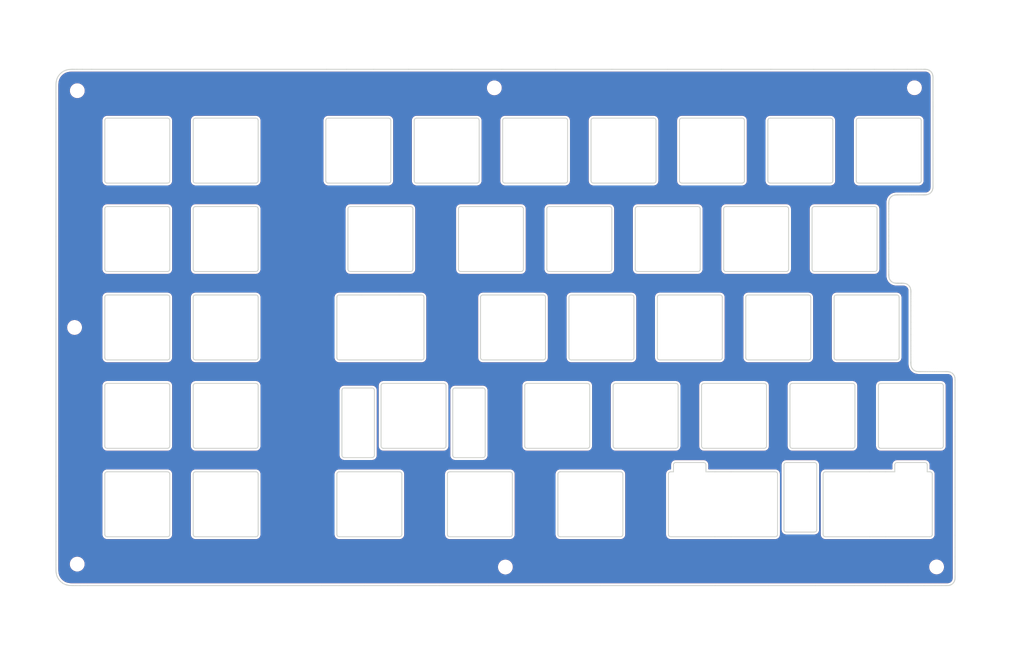
<source format=kicad_pcb>
(kicad_pcb (version 20190605) (host pcbnew "(5.1.0-1458-gf057bfc7c)")
  (layers (0 "F.Cu" signal) (31 "B.Cu" signal) (34 "B.Paste" user) (35 "F.Paste" user) (36 "B.SilkS" user) (37 "F.SilkS" user) (38 "B.Mask" user) (39 "F.Mask" user) (44 "Edge.Cuts" user))
  (net 0 "")
  (module "Mounting_Holes:MountingHole_2.2mm_M2" (layer "F.Cu") (at 22.21 21.06)
    (fp_text reference "REF**" hide)
    (fp_text value "MountingHole_2.2mm_M2" hide)
    (pad "1" np_thru_hole circle (at 0 0) (size 2.2 2.2) (drill 2.2) (layers *.Cu *.Mask))
  )
  (module "Mounting_Holes:MountingHole_2.2mm_M2" (layer "F.Cu") (at 21.62 72.08)
    (fp_text reference "REF**" hide)
    (fp_text value "MountingHole_2.2mm_M2" hide)
    (pad "1" np_thru_hole circle (at 0 0) (size 2.2 2.2) (drill 2.2) (layers *.Cu *.Mask))
  )
  (module "Mounting_Holes:MountingHole_2.2mm_M2" (layer "F.Cu") (at 22.19 123.07)
    (fp_text reference "REF**" hide)
    (fp_text value "MountingHole_2.2mm_M2" hide)
    (pad "1" np_thru_hole circle (at 0 0) (size 2.2 2.2) (drill 2.2) (layers *.Cu *.Mask))
  )
  (module "Mounting_Holes:MountingHole_2.2mm_M2" (layer "F.Cu") (at 114.4525 123.7)
    (fp_text reference "REF**" hide)
    (fp_text value "MountingHole_2.2mm_M2" hide)
    (pad "1" np_thru_hole circle (at 0 0) (size 2.2 2.2) (drill 2.2) (layers *.Cu *.Mask))
  )
  (module "Mounting_Holes:MountingHole_2.2mm_M2" (layer "F.Cu") (at 207.365 123.68)
    (fp_text reference "REF**" hide)
    (fp_text value "MountingHole_2.2mm_M2" hide)
    (pad "1" np_thru_hole circle (at 0 0) (size 2.2 2.2) (drill 2.2) (layers *.Cu *.Mask))
  )
  (module "Mounting_Holes:MountingHole_2.2mm_M2" (layer "F.Cu") (at 202.595 20.43)
    (fp_text reference "REF**" hide)
    (fp_text value "MountingHole_2.2mm_M2" hide)
    (pad "1" np_thru_hole circle (at 0 0) (size 2.2 2.2) (drill 2.2) (layers *.Cu *.Mask))
  )
  (module "Mounting_Holes:MountingHole_2.2mm_M2" (layer "F.Cu") (at 112.0725 20.45)
    (fp_text reference "REF**" hide)
    (fp_text value "MountingHole_2.2mm_M2" hide)
    (pad "1" np_thru_hole circle (at 0 0) (size 2.2 2.2) (drill 2.2) (layers *.Cu *.Mask))
  )
  (gr_curve (pts (xy 206.438629 116.675006) (xy 206.438629 116.951152) (xy 206.214762 117.175019) (xy 205.938616 117.175019)) (layer "Edge.Cuts") (width 0.2))
  (gr_curve (pts (xy 206.438629 103.675025) (xy 206.438629 103.675025) (xy 206.438629 116.675006) (xy 206.438629 116.675006)) (layer "Edge.Cuts") (width 0.2))
  (gr_curve (pts (xy 205.938616 103.175012) (xy 206.214762 103.175012) (xy 206.438629 103.398879) (xy 206.438629 103.675025)) (layer "Edge.Cuts") (width 0.2))
  (gr_curve (pts (xy 205.351615 103.175012) (xy 205.351615 103.175012) (xy 205.938616 103.175012) (xy 205.938616 103.175012)) (layer "Edge.Cuts") (width 0.2))
  (gr_curve (pts (xy 205.351615 101.675018) (xy 205.351615 101.675018) (xy 205.351615 103.175012) (xy 205.351615 103.175012)) (layer "Edge.Cuts") (width 0.2))
  (gr_curve (pts (xy 204.851624 101.175005) (xy 205.12777 101.175005) (xy 205.351615 101.398872) (xy 205.351615 101.675018)) (layer "Edge.Cuts") (width 0.2))
  (gr_curve (pts (xy 198.851624 101.175005) (xy 198.851624 101.175005) (xy 204.851624 101.175005) (xy 204.851624 101.175005)) (layer "Edge.Cuts") (width 0.2))
  (gr_curve (pts (xy 198.351633 101.675018) (xy 198.351633 101.398872) (xy 198.575478 101.175005) (xy 198.851624 101.175005)) (layer "Edge.Cuts") (width 0.2))
  (gr_curve (pts (xy 198.351633 103.175012) (xy 198.351633 103.175012) (xy 198.351633 101.675018) (xy 198.351633 101.675018)) (layer "Edge.Cuts") (width 0.2))
  (gr_curve (pts (xy 196.413616 103.175012) (xy 196.413616 103.175012) (xy 198.351633 103.175012) (xy 198.351633 103.175012)) (layer "Edge.Cuts") (width 0.2))
  (gr_curve (pts (xy 192.938635 103.175012) (xy 192.938635 103.175012) (xy 196.413616 103.175012) (xy 196.413616 103.175012)) (layer "Edge.Cuts") (width 0.2))
  (gr_curve (pts (xy 183.413635 103.175012) (xy 183.413635 103.175012) (xy 192.938635 103.175012) (xy 192.938635 103.175012)) (layer "Edge.Cuts") (width 0.2))
  (gr_curve (pts (xy 182.913622 103.675025) (xy 182.913622 103.398879) (xy 183.137489 103.175012) (xy 183.413635 103.175012)) (layer "Edge.Cuts") (width 0.2))
  (gr_curve (pts (xy 182.913622 116.675006) (xy 182.913622 116.675006) (xy 182.913622 103.675025) (xy 182.913622 103.675025)) (layer "Edge.Cuts") (width 0.2))
  (gr_curve (pts (xy 183.413635 117.175019) (xy 183.137489 117.175019) (xy 182.913622 116.951152) (xy 182.913622 116.675006)) (layer "Edge.Cuts") (width 0.2))
  (gr_curve (pts (xy 192.938635 117.175019) (xy 192.938635 117.175019) (xy 183.413635 117.175019) (xy 183.413635 117.175019)) (layer "Edge.Cuts") (width 0.2))
  (gr_curve (pts (xy 196.413616 117.175019) (xy 196.413616 117.175019) (xy 192.938635 117.175019) (xy 192.938635 117.175019)) (layer "Edge.Cuts") (width 0.2))
  (gr_curve (pts (xy 205.938616 117.175019) (xy 205.938616 117.175019) (xy 196.413616 117.175019) (xy 196.413616 117.175019)) (layer "Edge.Cuts") (width 0.2))
  (gr_curve (pts (xy 181.539115 101.675011) (xy 181.539115 101.398865) (xy 181.31527 101.17502) (xy 181.039124 101.17502)) (layer "Edge.Cuts") (width 0.2))
  (gr_curve (pts (xy 181.539115 115.675017) (xy 181.539115 115.675017) (xy 181.539115 101.675011) (xy 181.539115 101.675011)) (layer "Edge.Cuts") (width 0.2))
  (gr_curve (pts (xy 181.039124 116.175008) (xy 181.31527 116.175008) (xy 181.539115 115.951163) (xy 181.539115 115.675017)) (layer "Edge.Cuts") (width 0.2))
  (gr_curve (pts (xy 180.975627 116.175008) (xy 180.975627 116.175008) (xy 181.039124 116.175008) (xy 181.039124 116.175008)) (layer "Edge.Cuts") (width 0.2))
  (gr_curve (pts (xy 175.039124 116.175008) (xy 175.039124 116.175008) (xy 180.975627 116.175008) (xy 180.975627 116.175008)) (layer "Edge.Cuts") (width 0.2))
  (gr_curve (pts (xy 174.975627 116.175008) (xy 174.975627 116.175008) (xy 175.039124 116.175008) (xy 175.039124 116.175008)) (layer "Edge.Cuts") (width 0.2))
  (gr_curve (pts (xy 174.475636 115.675017) (xy 174.475636 115.951163) (xy 174.699481 116.175008) (xy 174.975627 116.175008)) (layer "Edge.Cuts") (width 0.2))
  (gr_curve (pts (xy 174.475636 101.675011) (xy 174.475636 101.675011) (xy 174.475636 115.675017) (xy 174.475636 115.675017)) (layer "Edge.Cuts") (width 0.2))
  (gr_curve (pts (xy 174.975627 101.17502) (xy 174.699481 101.17502) (xy 174.475636 101.398865) (xy 174.475636 101.675011)) (layer "Edge.Cuts") (width 0.2))
  (gr_curve (pts (xy 175.039124 101.17502) (xy 175.039124 101.17502) (xy 174.975627 101.17502) (xy 174.975627 101.17502)) (layer "Edge.Cuts") (width 0.2))
  (gr_curve (pts (xy 180.975627 101.17502) (xy 180.975627 101.17502) (xy 175.039124 101.17502) (xy 175.039124 101.17502)) (layer "Edge.Cuts") (width 0.2))
  (gr_curve (pts (xy 181.039124 101.17502) (xy 181.039124 101.17502) (xy 180.975627 101.17502) (xy 180.975627 101.17502)) (layer "Edge.Cuts") (width 0.2))
  (gr_curve (pts (xy 173.101129 116.675006) (xy 173.101129 116.951152) (xy 172.877262 117.175019) (xy 172.601116 117.175019)) (layer "Edge.Cuts") (width 0.2))
  (gr_curve (pts (xy 173.101129 103.675025) (xy 173.101129 103.675025) (xy 173.101129 116.675006) (xy 173.101129 116.675006)) (layer "Edge.Cuts") (width 0.2))
  (gr_curve (pts (xy 172.601116 103.175012) (xy 172.877262 103.175012) (xy 173.101129 103.398879) (xy 173.101129 103.675025)) (layer "Edge.Cuts") (width 0.2))
  (gr_curve (pts (xy 163.076116 103.175012) (xy 163.076116 103.175012) (xy 172.601116 103.175012) (xy 172.601116 103.175012)) (layer "Edge.Cuts") (width 0.2))
  (gr_curve (pts (xy 159.601135 103.175012) (xy 159.601135 103.175012) (xy 163.076116 103.175012) (xy 163.076116 103.175012)) (layer "Edge.Cuts") (width 0.2))
  (gr_curve (pts (xy 157.663118 103.175012) (xy 157.663118 103.175012) (xy 159.601135 103.175012) (xy 159.601135 103.175012)) (layer "Edge.Cuts") (width 0.2))
  (gr_curve (pts (xy 157.663118 101.675018) (xy 157.663118 101.675018) (xy 157.663118 103.175012) (xy 157.663118 103.175012)) (layer "Edge.Cuts") (width 0.2))
  (gr_curve (pts (xy 157.163127 101.175005) (xy 157.439273 101.175005) (xy 157.663118 101.398872) (xy 157.663118 101.675018)) (layer "Edge.Cuts") (width 0.2))
  (gr_curve (pts (xy 151.163127 101.175005) (xy 151.163127 101.175005) (xy 157.163127 101.175005) (xy 157.163127 101.175005)) (layer "Edge.Cuts") (width 0.2))
  (gr_curve (pts (xy 150.663136 101.675018) (xy 150.663136 101.398872) (xy 150.886981 101.175005) (xy 151.163127 101.175005)) (layer "Edge.Cuts") (width 0.2))
  (gr_curve (pts (xy 150.663136 103.175012) (xy 150.663136 103.175012) (xy 150.663136 101.675018) (xy 150.663136 101.675018)) (layer "Edge.Cuts") (width 0.2))
  (gr_curve (pts (xy 150.076135 103.175012) (xy 150.076135 103.175012) (xy 150.663136 103.175012) (xy 150.663136 103.175012)) (layer "Edge.Cuts") (width 0.2))
  (gr_curve (pts (xy 149.576122 103.675025) (xy 149.576122 103.398879) (xy 149.799989 103.175012) (xy 150.076135 103.175012)) (layer "Edge.Cuts") (width 0.2))
  (gr_curve (pts (xy 149.576122 116.675006) (xy 149.576122 116.675006) (xy 149.576122 103.675025) (xy 149.576122 103.675025)) (layer "Edge.Cuts") (width 0.2))
  (gr_curve (pts (xy 150.076135 117.175019) (xy 149.799989 117.175019) (xy 149.576122 116.951152) (xy 149.576122 116.675006)) (layer "Edge.Cuts") (width 0.2))
  (gr_curve (pts (xy 159.601135 117.175019) (xy 159.601135 117.175019) (xy 150.076135 117.175019) (xy 150.076135 117.175019)) (layer "Edge.Cuts") (width 0.2))
  (gr_curve (pts (xy 163.076116 117.175019) (xy 163.076116 117.175019) (xy 159.601135 117.175019) (xy 159.601135 117.175019)) (layer "Edge.Cuts") (width 0.2))
  (gr_curve (pts (xy 172.601116 117.175019) (xy 172.601116 117.175019) (xy 163.076116 117.175019) (xy 163.076116 117.175019)) (layer "Edge.Cuts") (width 0.2))
  (gr_curve (pts (xy 96.90113 65.575018) (xy 96.90113 65.298872) (xy 96.677285 65.075005) (xy 96.401139 65.075005)) (layer "Edge.Cuts") (width 0.2))
  (gr_curve (pts (xy 96.90113 78.574999) (xy 96.90113 78.574999) (xy 96.90113 65.575018) (xy 96.90113 65.575018)) (layer "Edge.Cuts") (width 0.2))
  (gr_curve (pts (xy 96.401139 79.075012) (xy 96.677285 79.075012) (xy 96.90113 78.851145) (xy 96.90113 78.574999)) (layer "Edge.Cuts") (width 0.2))
  (gr_curve (pts (xy 91.638639 79.075012) (xy 91.638639 79.075012) (xy 96.401139 79.075012) (xy 96.401139 79.075012)) (layer "Edge.Cuts") (width 0.2))
  (gr_curve (pts (xy 83.401136 79.075012) (xy 83.401136 79.075012) (xy 91.638639 79.075012) (xy 91.638639 79.075012)) (layer "Edge.Cuts") (width 0.2))
  (gr_curve (pts (xy 78.638636 79.075012) (xy 78.638636 79.075012) (xy 83.401136 79.075012) (xy 83.401136 79.075012)) (layer "Edge.Cuts") (width 0.2))
  (gr_curve (pts (xy 78.138623 78.574999) (xy 78.138623 78.851145) (xy 78.36249 79.075012) (xy 78.638636 79.075012)) (layer "Edge.Cuts") (width 0.2))
  (gr_curve (pts (xy 78.138623 65.575018) (xy 78.138623 65.575018) (xy 78.138623 78.574999) (xy 78.138623 78.574999)) (layer "Edge.Cuts") (width 0.2))
  (gr_curve (pts (xy 78.638636 65.075005) (xy 78.36249 65.075005) (xy 78.138623 65.298872) (xy 78.138623 65.575018)) (layer "Edge.Cuts") (width 0.2))
  (gr_curve (pts (xy 83.401136 65.075005) (xy 83.401136 65.075005) (xy 78.638636 65.075005) (xy 78.638636 65.075005)) (layer "Edge.Cuts") (width 0.2))
  (gr_curve (pts (xy 91.638639 65.075005) (xy 91.638639 65.075005) (xy 83.401136 65.075005) (xy 83.401136 65.075005)) (layer "Edge.Cuts") (width 0.2))
  (gr_curve (pts (xy 96.401139 65.075005) (xy 96.401139 65.075005) (xy 91.638639 65.075005) (xy 91.638639 65.075005)) (layer "Edge.Cuts") (width 0.2))
  (gr_curve (pts (xy 126.263625 117.175009) (xy 125.987483 117.175009) (xy 125.763625 116.951151) (xy 125.763625 116.675009)) (layer "Edge.Cuts") (width 0.2))
  (gr_curve (pts (xy 139.263625 117.175009) (xy 139.263625 117.175009) (xy 126.263625 117.175009) (xy 126.263625 117.175009)) (layer "Edge.Cuts") (width 0.2))
  (gr_curve (pts (xy 139.763625 116.675009) (xy 139.763625 116.951151) (xy 139.539768 117.175009) (xy 139.263625 117.175009)) (layer "Edge.Cuts") (width 0.2))
  (gr_curve (pts (xy 139.763625 103.675009) (xy 139.763625 103.675009) (xy 139.763625 116.675009) (xy 139.763625 116.675009)) (layer "Edge.Cuts") (width 0.2))
  (gr_curve (pts (xy 139.263625 103.175009) (xy 139.539768 103.175009) (xy 139.763625 103.398866) (xy 139.763625 103.675009)) (layer "Edge.Cuts") (width 0.2))
  (gr_curve (pts (xy 126.263625 103.175009) (xy 126.263625 103.175009) (xy 139.263625 103.175009) (xy 139.263625 103.175009)) (layer "Edge.Cuts") (width 0.2))
  (gr_curve (pts (xy 125.763625 103.675009) (xy 125.763625 103.398866) (xy 125.987483 103.175009) (xy 126.263625 103.175009)) (layer "Edge.Cuts") (width 0.2))
  (gr_curve (pts (xy 125.763625 116.675009) (xy 125.763625 116.675009) (xy 125.763625 103.675009) (xy 125.763625 103.675009)) (layer "Edge.Cuts") (width 0.2))
  (gr_curve (pts (xy 102.451126 117.175009) (xy 102.174984 117.175009) (xy 101.951126 116.951151) (xy 101.951126 116.675009)) (layer "Edge.Cuts") (width 0.2))
  (gr_curve (pts (xy 115.451125 117.175009) (xy 115.451125 117.175009) (xy 102.451126 117.175009) (xy 102.451126 117.175009)) (layer "Edge.Cuts") (width 0.2))
  (gr_curve (pts (xy 115.951125 116.675009) (xy 115.951125 116.951151) (xy 115.727268 117.175009) (xy 115.451125 117.175009)) (layer "Edge.Cuts") (width 0.2))
  (gr_curve (pts (xy 115.951125 103.675009) (xy 115.951125 103.675009) (xy 115.951125 116.675009) (xy 115.951125 116.675009)) (layer "Edge.Cuts") (width 0.2))
  (gr_curve (pts (xy 115.451125 103.175009) (xy 115.727268 103.175009) (xy 115.951125 103.398866) (xy 115.951125 103.675009)) (layer "Edge.Cuts") (width 0.2))
  (gr_curve (pts (xy 102.451126 103.175009) (xy 102.451126 103.175009) (xy 115.451125 103.175009) (xy 115.451125 103.175009)) (layer "Edge.Cuts") (width 0.2))
  (gr_curve (pts (xy 101.951126 103.675009) (xy 101.951126 103.398866) (xy 102.174984 103.175009) (xy 102.451126 103.175009)) (layer "Edge.Cuts") (width 0.2))
  (gr_curve (pts (xy 101.951126 116.675009) (xy 101.951126 116.675009) (xy 101.951126 103.675009) (xy 101.951126 103.675009)) (layer "Edge.Cuts") (width 0.2))
  (gr_curve (pts (xy 78.638626 117.175009) (xy 78.362484 117.175009) (xy 78.138626 116.951151) (xy 78.138626 116.675009)) (layer "Edge.Cuts") (width 0.2))
  (gr_curve (pts (xy 91.638626 117.175009) (xy 91.638626 117.175009) (xy 78.638626 117.175009) (xy 78.638626 117.175009)) (layer "Edge.Cuts") (width 0.2))
  (gr_curve (pts (xy 92.138626 116.675009) (xy 92.138626 116.951151) (xy 91.914769 117.175009) (xy 91.638626 117.175009)) (layer "Edge.Cuts") (width 0.2))
  (gr_curve (pts (xy 92.138626 103.675009) (xy 92.138626 103.675009) (xy 92.138626 116.675009) (xy 92.138626 116.675009)) (layer "Edge.Cuts") (width 0.2))
  (gr_curve (pts (xy 91.638626 103.175009) (xy 91.914769 103.175009) (xy 92.138626 103.398866) (xy 92.138626 103.675009)) (layer "Edge.Cuts") (width 0.2))
  (gr_curve (pts (xy 78.638626 103.175009) (xy 78.638626 103.175009) (xy 91.638626 103.175009) (xy 91.638626 103.175009)) (layer "Edge.Cuts") (width 0.2))
  (gr_curve (pts (xy 78.138626 103.675009) (xy 78.138626 103.398866) (xy 78.362484 103.175009) (xy 78.638626 103.175009)) (layer "Edge.Cuts") (width 0.2))
  (gr_curve (pts (xy 78.138626 116.675009) (xy 78.138626 116.675009) (xy 78.138626 103.675009) (xy 78.138626 103.675009)) (layer "Edge.Cuts") (width 0.2))
  (gr_curve (pts (xy 47.682376 117.175009) (xy 47.406234 117.175009) (xy 47.182376 116.951151) (xy 47.182376 116.675009)) (layer "Edge.Cuts") (width 0.2))
  (gr_curve (pts (xy 60.682376 117.175009) (xy 60.682376 117.175009) (xy 47.682376 117.175009) (xy 47.682376 117.175009)) (layer "Edge.Cuts") (width 0.2))
  (gr_curve (pts (xy 61.182376 116.675009) (xy 61.182376 116.951151) (xy 60.958519 117.175009) (xy 60.682376 117.175009)) (layer "Edge.Cuts") (width 0.2))
  (gr_curve (pts (xy 61.182376 103.675009) (xy 61.182376 103.675009) (xy 61.182376 116.675009) (xy 61.182376 116.675009)) (layer "Edge.Cuts") (width 0.2))
  (gr_curve (pts (xy 60.682376 103.175009) (xy 60.958519 103.175009) (xy 61.182376 103.398866) (xy 61.182376 103.675009)) (layer "Edge.Cuts") (width 0.2))
  (gr_curve (pts (xy 47.682376 103.175009) (xy 47.682376 103.175009) (xy 60.682376 103.175009) (xy 60.682376 103.175009)) (layer "Edge.Cuts") (width 0.2))
  (gr_curve (pts (xy 47.182376 103.675009) (xy 47.182376 103.398866) (xy 47.406234 103.175009) (xy 47.682376 103.175009)) (layer "Edge.Cuts") (width 0.2))
  (gr_curve (pts (xy 47.182376 116.675009) (xy 47.182376 116.675009) (xy 47.182376 103.675009) (xy 47.182376 103.675009)) (layer "Edge.Cuts") (width 0.2))
  (gr_curve (pts (xy 28.632376 117.175009) (xy 28.356234 117.175009) (xy 28.132376 116.951151) (xy 28.132376 116.675009)) (layer "Edge.Cuts") (width 0.2))
  (gr_curve (pts (xy 41.632376 117.175009) (xy 41.632376 117.175009) (xy 28.632376 117.175009) (xy 28.632376 117.175009)) (layer "Edge.Cuts") (width 0.2))
  (gr_curve (pts (xy 42.132376 116.675009) (xy 42.132376 116.951151) (xy 41.908519 117.175009) (xy 41.632376 117.175009)) (layer "Edge.Cuts") (width 0.2))
  (gr_curve (pts (xy 42.132376 103.675009) (xy 42.132376 103.675009) (xy 42.132376 116.675009) (xy 42.132376 116.675009)) (layer "Edge.Cuts") (width 0.2))
  (gr_curve (pts (xy 41.632376 103.175009) (xy 41.908519 103.175009) (xy 42.132376 103.398866) (xy 42.132376 103.675009)) (layer "Edge.Cuts") (width 0.2))
  (gr_curve (pts (xy 28.632376 103.175009) (xy 28.632376 103.175009) (xy 41.632376 103.175009) (xy 41.632376 103.175009)) (layer "Edge.Cuts") (width 0.2))
  (gr_curve (pts (xy 28.132376 103.675009) (xy 28.132376 103.398866) (xy 28.356234 103.175009) (xy 28.632376 103.175009)) (layer "Edge.Cuts") (width 0.2))
  (gr_curve (pts (xy 28.132376 116.675009) (xy 28.132376 116.675009) (xy 28.132376 103.675009) (xy 28.132376 103.675009)) (layer "Edge.Cuts") (width 0.2))
  (gr_curve (pts (xy 195.319875 98.125009) (xy 195.043733 98.125009) (xy 194.819875 97.901151) (xy 194.819875 97.625009)) (layer "Edge.Cuts") (width 0.2))
  (gr_curve (pts (xy 208.319875 98.125009) (xy 208.319875 98.125009) (xy 195.319875 98.125009) (xy 195.319875 98.125009)) (layer "Edge.Cuts") (width 0.2))
  (gr_curve (pts (xy 208.819875 97.625009) (xy 208.819875 97.901151) (xy 208.596018 98.125009) (xy 208.319875 98.125009)) (layer "Edge.Cuts") (width 0.2))
  (gr_curve (pts (xy 208.819875 84.625009) (xy 208.819875 84.625009) (xy 208.819875 97.625009) (xy 208.819875 97.625009)) (layer "Edge.Cuts") (width 0.2))
  (gr_curve (pts (xy 208.319875 84.125009) (xy 208.596018 84.125009) (xy 208.819875 84.348866) (xy 208.819875 84.625009)) (layer "Edge.Cuts") (width 0.2))
  (gr_curve (pts (xy 195.319875 84.125009) (xy 195.319875 84.125009) (xy 208.319875 84.125009) (xy 208.319875 84.125009)) (layer "Edge.Cuts") (width 0.2))
  (gr_curve (pts (xy 194.819875 84.625009) (xy 194.819875 84.348866) (xy 195.043733 84.125009) (xy 195.319875 84.125009)) (layer "Edge.Cuts") (width 0.2))
  (gr_curve (pts (xy 194.819875 97.625009) (xy 194.819875 97.625009) (xy 194.819875 84.625009) (xy 194.819875 84.625009)) (layer "Edge.Cuts") (width 0.2))
  (gr_curve (pts (xy 176.269875 98.125009) (xy 175.993733 98.125009) (xy 175.769875 97.901151) (xy 175.769875 97.625009)) (layer "Edge.Cuts") (width 0.2))
  (gr_curve (pts (xy 189.269875 98.125009) (xy 189.269875 98.125009) (xy 176.269875 98.125009) (xy 176.269875 98.125009)) (layer "Edge.Cuts") (width 0.2))
  (gr_curve (pts (xy 189.769875 97.625009) (xy 189.769875 97.901151) (xy 189.546018 98.125009) (xy 189.269875 98.125009)) (layer "Edge.Cuts") (width 0.2))
  (gr_curve (pts (xy 189.769875 84.625009) (xy 189.769875 84.625009) (xy 189.769875 97.625009) (xy 189.769875 97.625009)) (layer "Edge.Cuts") (width 0.2))
  (gr_curve (pts (xy 189.269875 84.125009) (xy 189.546018 84.125009) (xy 189.769875 84.348866) (xy 189.769875 84.625009)) (layer "Edge.Cuts") (width 0.2))
  (gr_curve (pts (xy 176.269875 84.125009) (xy 176.269875 84.125009) (xy 189.269875 84.125009) (xy 189.269875 84.125009)) (layer "Edge.Cuts") (width 0.2))
  (gr_curve (pts (xy 175.769875 84.625009) (xy 175.769875 84.348866) (xy 175.993733 84.125009) (xy 176.269875 84.125009)) (layer "Edge.Cuts") (width 0.2))
  (gr_curve (pts (xy 175.769875 97.625009) (xy 175.769875 97.625009) (xy 175.769875 84.625009) (xy 175.769875 84.625009)) (layer "Edge.Cuts") (width 0.2))
  (gr_curve (pts (xy 157.219875 98.125009) (xy 156.943733 98.125009) (xy 156.719875 97.901151) (xy 156.719875 97.625009)) (layer "Edge.Cuts") (width 0.2))
  (gr_curve (pts (xy 170.219875 98.125009) (xy 170.219875 98.125009) (xy 157.219875 98.125009) (xy 157.219875 98.125009)) (layer "Edge.Cuts") (width 0.2))
  (gr_curve (pts (xy 170.719875 97.625009) (xy 170.719875 97.901151) (xy 170.496018 98.125009) (xy 170.219875 98.125009)) (layer "Edge.Cuts") (width 0.2))
  (gr_curve (pts (xy 170.719875 84.625009) (xy 170.719875 84.625009) (xy 170.719875 97.625009) (xy 170.719875 97.625009)) (layer "Edge.Cuts") (width 0.2))
  (gr_curve (pts (xy 170.219875 84.125009) (xy 170.496018 84.125009) (xy 170.719875 84.348866) (xy 170.719875 84.625009)) (layer "Edge.Cuts") (width 0.2))
  (gr_curve (pts (xy 157.219875 84.125009) (xy 157.219875 84.125009) (xy 170.219875 84.125009) (xy 170.219875 84.125009)) (layer "Edge.Cuts") (width 0.2))
  (gr_curve (pts (xy 156.719875 84.625009) (xy 156.719875 84.348866) (xy 156.943733 84.125009) (xy 157.219875 84.125009)) (layer "Edge.Cuts") (width 0.2))
  (gr_curve (pts (xy 156.719875 97.625009) (xy 156.719875 97.625009) (xy 156.719875 84.625009) (xy 156.719875 84.625009)) (layer "Edge.Cuts") (width 0.2))
  (gr_curve (pts (xy 138.169875 98.125009) (xy 137.893733 98.125009) (xy 137.669875 97.901151) (xy 137.669875 97.625009)) (layer "Edge.Cuts") (width 0.2))
  (gr_curve (pts (xy 151.169875 98.125009) (xy 151.169875 98.125009) (xy 138.169875 98.125009) (xy 138.169875 98.125009)) (layer "Edge.Cuts") (width 0.2))
  (gr_curve (pts (xy 151.669875 97.625009) (xy 151.669875 97.901151) (xy 151.446018 98.125009) (xy 151.169875 98.125009)) (layer "Edge.Cuts") (width 0.2))
  (gr_curve (pts (xy 151.669875 84.625009) (xy 151.669875 84.625009) (xy 151.669875 97.625009) (xy 151.669875 97.625009)) (layer "Edge.Cuts") (width 0.2))
  (gr_curve (pts (xy 151.169875 84.125009) (xy 151.446018 84.125009) (xy 151.669875 84.348866) (xy 151.669875 84.625009)) (layer "Edge.Cuts") (width 0.2))
  (gr_curve (pts (xy 138.169875 84.125009) (xy 138.169875 84.125009) (xy 151.169875 84.125009) (xy 151.169875 84.125009)) (layer "Edge.Cuts") (width 0.2))
  (gr_curve (pts (xy 137.669875 84.625009) (xy 137.669875 84.348866) (xy 137.893733 84.125009) (xy 138.169875 84.125009)) (layer "Edge.Cuts") (width 0.2))
  (gr_curve (pts (xy 137.669875 97.625009) (xy 137.669875 97.625009) (xy 137.669875 84.625009) (xy 137.669875 84.625009)) (layer "Edge.Cuts") (width 0.2))
  (gr_curve (pts (xy 119.119875 98.125009) (xy 118.843733 98.125009) (xy 118.619875 97.901151) (xy 118.619875 97.625009)) (layer "Edge.Cuts") (width 0.2))
  (gr_curve (pts (xy 132.119875 98.125009) (xy 132.119875 98.125009) (xy 119.119875 98.125009) (xy 119.119875 98.125009)) (layer "Edge.Cuts") (width 0.2))
  (gr_curve (pts (xy 132.619875 97.625009) (xy 132.619875 97.901151) (xy 132.396018 98.125009) (xy 132.119875 98.125009)) (layer "Edge.Cuts") (width 0.2))
  (gr_curve (pts (xy 132.619875 84.625009) (xy 132.619875 84.625009) (xy 132.619875 97.625009) (xy 132.619875 97.625009)) (layer "Edge.Cuts") (width 0.2))
  (gr_curve (pts (xy 132.119875 84.125009) (xy 132.396018 84.125009) (xy 132.619875 84.348866) (xy 132.619875 84.625009)) (layer "Edge.Cuts") (width 0.2))
  (gr_curve (pts (xy 119.119875 84.125009) (xy 119.119875 84.125009) (xy 132.119875 84.125009) (xy 132.119875 84.125009)) (layer "Edge.Cuts") (width 0.2))
  (gr_curve (pts (xy 118.619875 84.625009) (xy 118.619875 84.348866) (xy 118.843733 84.125009) (xy 119.119875 84.125009)) (layer "Edge.Cuts") (width 0.2))
  (gr_curve (pts (xy 118.619875 97.625009) (xy 118.619875 97.625009) (xy 118.619875 84.625009) (xy 118.619875 84.625009)) (layer "Edge.Cuts") (width 0.2))
  (gr_curve (pts (xy 79.725626 100.125009) (xy 79.449484 100.125009) (xy 79.225626 99.901151) (xy 79.225626 99.625009)) (layer "Edge.Cuts") (width 0.2))
  (gr_curve (pts (xy 85.725626 100.125009) (xy 85.725626 100.125009) (xy 79.725626 100.125009) (xy 79.725626 100.125009)) (layer "Edge.Cuts") (width 0.2))
  (gr_curve (pts (xy 86.225626 99.625009) (xy 86.225626 99.901151) (xy 86.001769 100.125009) (xy 85.725626 100.125009)) (layer "Edge.Cuts") (width 0.2))
  (gr_curve (pts (xy 86.225626 85.625009) (xy 86.225626 85.625009) (xy 86.225626 99.625009) (xy 86.225626 99.625009)) (layer "Edge.Cuts") (width 0.2))
  (gr_curve (pts (xy 85.725626 85.125009) (xy 86.001769 85.125009) (xy 86.225626 85.348866) (xy 86.225626 85.625009)) (layer "Edge.Cuts") (width 0.2))
  (gr_curve (pts (xy 79.725626 85.125009) (xy 79.725626 85.125009) (xy 85.725626 85.125009) (xy 85.725626 85.125009)) (layer "Edge.Cuts") (width 0.2))
  (gr_curve (pts (xy 79.225626 85.625009) (xy 79.225626 85.348866) (xy 79.449484 85.125009) (xy 79.725626 85.125009)) (layer "Edge.Cuts") (width 0.2))
  (gr_curve (pts (xy 79.225626 99.625009) (xy 79.225626 99.625009) (xy 79.225626 85.625009) (xy 79.225626 85.625009)) (layer "Edge.Cuts") (width 0.2))
  (gr_curve (pts (xy 103.601626 100.125009) (xy 103.325484 100.125009) (xy 103.101626 99.901151) (xy 103.101626 99.625009)) (layer "Edge.Cuts") (width 0.2))
  (gr_curve (pts (xy 109.601626 100.125009) (xy 109.601626 100.125009) (xy 103.601626 100.125009) (xy 103.601626 100.125009)) (layer "Edge.Cuts") (width 0.2))
  (gr_curve (pts (xy 110.101626 99.625009) (xy 110.101626 99.901151) (xy 109.877769 100.125009) (xy 109.601626 100.125009)) (layer "Edge.Cuts") (width 0.2))
  (gr_curve (pts (xy 110.101626 85.625009) (xy 110.101626 85.625009) (xy 110.101626 99.625009) (xy 110.101626 99.625009)) (layer "Edge.Cuts") (width 0.2))
  (gr_curve (pts (xy 109.601626 85.125009) (xy 109.877769 85.125009) (xy 110.101626 85.348866) (xy 110.101626 85.625009)) (layer "Edge.Cuts") (width 0.2))
  (gr_curve (pts (xy 103.601626 85.125009) (xy 103.601626 85.125009) (xy 109.601626 85.125009) (xy 109.601626 85.125009)) (layer "Edge.Cuts") (width 0.2))
  (gr_curve (pts (xy 103.101626 85.625009) (xy 103.101626 85.348866) (xy 103.325484 85.125009) (xy 103.601626 85.125009)) (layer "Edge.Cuts") (width 0.2))
  (gr_curve (pts (xy 103.101626 99.625009) (xy 103.101626 99.625009) (xy 103.101626 85.625009) (xy 103.101626 85.625009)) (layer "Edge.Cuts") (width 0.2))
  (gr_curve (pts (xy 88.163626 98.125009) (xy 87.887484 98.125009) (xy 87.663626 97.901151) (xy 87.663626 97.625009)) (layer "Edge.Cuts") (width 0.2))
  (gr_curve (pts (xy 101.163626 98.125009) (xy 101.163626 98.125009) (xy 88.163626 98.125009) (xy 88.163626 98.125009)) (layer "Edge.Cuts") (width 0.2))
  (gr_curve (pts (xy 101.663626 97.625009) (xy 101.663626 97.901151) (xy 101.439769 98.125009) (xy 101.163626 98.125009)) (layer "Edge.Cuts") (width 0.2))
  (gr_curve (pts (xy 101.663626 84.625009) (xy 101.663626 84.625009) (xy 101.663626 97.625009) (xy 101.663626 97.625009)) (layer "Edge.Cuts") (width 0.2))
  (gr_curve (pts (xy 101.163626 84.125009) (xy 101.439769 84.125009) (xy 101.663626 84.348866) (xy 101.663626 84.625009)) (layer "Edge.Cuts") (width 0.2))
  (gr_curve (pts (xy 88.163626 84.125009) (xy 88.163626 84.125009) (xy 101.163626 84.125009) (xy 101.163626 84.125009)) (layer "Edge.Cuts") (width 0.2))
  (gr_curve (pts (xy 87.663626 84.625009) (xy 87.663626 84.348866) (xy 87.887484 84.125009) (xy 88.163626 84.125009)) (layer "Edge.Cuts") (width 0.2))
  (gr_curve (pts (xy 87.663626 97.625009) (xy 87.663626 97.625009) (xy 87.663626 84.625009) (xy 87.663626 84.625009)) (layer "Edge.Cuts") (width 0.2))
  (gr_curve (pts (xy 47.682376 98.125009) (xy 47.406234 98.125009) (xy 47.182376 97.901151) (xy 47.182376 97.625009)) (layer "Edge.Cuts") (width 0.2))
  (gr_curve (pts (xy 60.682376 98.125009) (xy 60.682376 98.125009) (xy 47.682376 98.125009) (xy 47.682376 98.125009)) (layer "Edge.Cuts") (width 0.2))
  (gr_curve (pts (xy 61.182376 97.625009) (xy 61.182376 97.901151) (xy 60.958519 98.125009) (xy 60.682376 98.125009)) (layer "Edge.Cuts") (width 0.2))
  (gr_curve (pts (xy 61.182376 84.625009) (xy 61.182376 84.625009) (xy 61.182376 97.625009) (xy 61.182376 97.625009)) (layer "Edge.Cuts") (width 0.2))
  (gr_curve (pts (xy 60.682376 84.125009) (xy 60.958519 84.125009) (xy 61.182376 84.348866) (xy 61.182376 84.625009)) (layer "Edge.Cuts") (width 0.2))
  (gr_curve (pts (xy 47.682376 84.125009) (xy 47.682376 84.125009) (xy 60.682376 84.125009) (xy 60.682376 84.125009)) (layer "Edge.Cuts") (width 0.2))
  (gr_curve (pts (xy 47.182376 84.625009) (xy 47.182376 84.348866) (xy 47.406234 84.125009) (xy 47.682376 84.125009)) (layer "Edge.Cuts") (width 0.2))
  (gr_curve (pts (xy 47.182376 97.625009) (xy 47.182376 97.625009) (xy 47.182376 84.625009) (xy 47.182376 84.625009)) (layer "Edge.Cuts") (width 0.2))
  (gr_curve (pts (xy 28.632376 98.125009) (xy 28.356234 98.125009) (xy 28.132376 97.901151) (xy 28.132376 97.625009)) (layer "Edge.Cuts") (width 0.2))
  (gr_curve (pts (xy 41.632376 98.125009) (xy 41.632376 98.125009) (xy 28.632376 98.125009) (xy 28.632376 98.125009)) (layer "Edge.Cuts") (width 0.2))
  (gr_curve (pts (xy 42.132376 97.625009) (xy 42.132376 97.901151) (xy 41.908519 98.125009) (xy 41.632376 98.125009)) (layer "Edge.Cuts") (width 0.2))
  (gr_curve (pts (xy 42.132376 84.625009) (xy 42.132376 84.625009) (xy 42.132376 97.625009) (xy 42.132376 97.625009)) (layer "Edge.Cuts") (width 0.2))
  (gr_curve (pts (xy 41.632376 84.125009) (xy 41.908519 84.125009) (xy 42.132376 84.348866) (xy 42.132376 84.625009)) (layer "Edge.Cuts") (width 0.2))
  (gr_curve (pts (xy 28.632376 84.125009) (xy 28.632376 84.125009) (xy 41.632376 84.125009) (xy 41.632376 84.125009)) (layer "Edge.Cuts") (width 0.2))
  (gr_curve (pts (xy 28.132376 84.625009) (xy 28.132376 84.348866) (xy 28.356234 84.125009) (xy 28.632376 84.125009)) (layer "Edge.Cuts") (width 0.2))
  (gr_curve (pts (xy 28.132376 97.625009) (xy 28.132376 97.625009) (xy 28.132376 84.625009) (xy 28.132376 84.625009)) (layer "Edge.Cuts") (width 0.2))
  (gr_curve (pts (xy 185.794875 79.075009) (xy 185.518733 79.075009) (xy 185.294875 78.851151) (xy 185.294875 78.575009)) (layer "Edge.Cuts") (width 0.2))
  (gr_curve (pts (xy 198.794875 79.075009) (xy 198.794875 79.075009) (xy 185.794875 79.075009) (xy 185.794875 79.075009)) (layer "Edge.Cuts") (width 0.2))
  (gr_curve (pts (xy 199.294875 78.575009) (xy 199.294875 78.851151) (xy 199.071018 79.075009) (xy 198.794875 79.075009)) (layer "Edge.Cuts") (width 0.2))
  (gr_curve (pts (xy 199.294875 65.575008) (xy 199.294875 65.575008) (xy 199.294875 78.575009) (xy 199.294875 78.575009)) (layer "Edge.Cuts") (width 0.2))
  (gr_curve (pts (xy 198.794875 65.075008) (xy 199.071018 65.075008) (xy 199.294875 65.298866) (xy 199.294875 65.575008)) (layer "Edge.Cuts") (width 0.2))
  (gr_curve (pts (xy 185.794875 65.075008) (xy 185.794875 65.075008) (xy 198.794875 65.075008) (xy 198.794875 65.075008)) (layer "Edge.Cuts") (width 0.2))
  (gr_curve (pts (xy 185.294875 65.575008) (xy 185.294875 65.298866) (xy 185.518733 65.075008) (xy 185.794875 65.075008)) (layer "Edge.Cuts") (width 0.2))
  (gr_curve (pts (xy 185.294875 78.575009) (xy 185.294875 78.575009) (xy 185.294875 65.575008) (xy 185.294875 65.575008)) (layer "Edge.Cuts") (width 0.2))
  (gr_curve (pts (xy 166.744875 79.075009) (xy 166.468733 79.075009) (xy 166.244875 78.851151) (xy 166.244875 78.575009)) (layer "Edge.Cuts") (width 0.2))
  (gr_curve (pts (xy 179.744875 79.075009) (xy 179.744875 79.075009) (xy 166.744875 79.075009) (xy 166.744875 79.075009)) (layer "Edge.Cuts") (width 0.2))
  (gr_curve (pts (xy 180.244875 78.575009) (xy 180.244875 78.851151) (xy 180.021018 79.075009) (xy 179.744875 79.075009)) (layer "Edge.Cuts") (width 0.2))
  (gr_curve (pts (xy 180.244875 65.575008) (xy 180.244875 65.575008) (xy 180.244875 78.575009) (xy 180.244875 78.575009)) (layer "Edge.Cuts") (width 0.2))
  (gr_curve (pts (xy 179.744875 65.075008) (xy 180.021018 65.075008) (xy 180.244875 65.298866) (xy 180.244875 65.575008)) (layer "Edge.Cuts") (width 0.2))
  (gr_curve (pts (xy 166.744875 65.075008) (xy 166.744875 65.075008) (xy 179.744875 65.075008) (xy 179.744875 65.075008)) (layer "Edge.Cuts") (width 0.2))
  (gr_curve (pts (xy 166.244875 65.575008) (xy 166.244875 65.298866) (xy 166.468733 65.075008) (xy 166.744875 65.075008)) (layer "Edge.Cuts") (width 0.2))
  (gr_curve (pts (xy 166.244875 78.575009) (xy 166.244875 78.575009) (xy 166.244875 65.575008) (xy 166.244875 65.575008)) (layer "Edge.Cuts") (width 0.2))
  (gr_curve (pts (xy 147.694875 79.075009) (xy 147.418733 79.075009) (xy 147.194875 78.851151) (xy 147.194875 78.575009)) (layer "Edge.Cuts") (width 0.2))
  (gr_curve (pts (xy 160.694875 79.075009) (xy 160.694875 79.075009) (xy 147.694875 79.075009) (xy 147.694875 79.075009)) (layer "Edge.Cuts") (width 0.2))
  (gr_curve (pts (xy 161.194875 78.575009) (xy 161.194875 78.851151) (xy 160.971018 79.075009) (xy 160.694875 79.075009)) (layer "Edge.Cuts") (width 0.2))
  (gr_curve (pts (xy 161.194875 65.575008) (xy 161.194875 65.575008) (xy 161.194875 78.575009) (xy 161.194875 78.575009)) (layer "Edge.Cuts") (width 0.2))
  (gr_curve (pts (xy 160.694875 65.075008) (xy 160.971018 65.075008) (xy 161.194875 65.298866) (xy 161.194875 65.575008)) (layer "Edge.Cuts") (width 0.2))
  (gr_curve (pts (xy 147.694875 65.075008) (xy 147.694875 65.075008) (xy 160.694875 65.075008) (xy 160.694875 65.075008)) (layer "Edge.Cuts") (width 0.2))
  (gr_curve (pts (xy 147.194875 65.575008) (xy 147.194875 65.298866) (xy 147.418733 65.075008) (xy 147.694875 65.075008)) (layer "Edge.Cuts") (width 0.2))
  (gr_curve (pts (xy 147.194875 78.575009) (xy 147.194875 78.575009) (xy 147.194875 65.575008) (xy 147.194875 65.575008)) (layer "Edge.Cuts") (width 0.2))
  (gr_curve (pts (xy 128.644875 79.075009) (xy 128.368733 79.075009) (xy 128.144875 78.851151) (xy 128.144875 78.575009)) (layer "Edge.Cuts") (width 0.2))
  (gr_curve (pts (xy 141.644875 79.075009) (xy 141.644875 79.075009) (xy 128.644875 79.075009) (xy 128.644875 79.075009)) (layer "Edge.Cuts") (width 0.2))
  (gr_curve (pts (xy 142.144875 78.575009) (xy 142.144875 78.851151) (xy 141.921018 79.075009) (xy 141.644875 79.075009)) (layer "Edge.Cuts") (width 0.2))
  (gr_curve (pts (xy 142.144875 65.575008) (xy 142.144875 65.575008) (xy 142.144875 78.575009) (xy 142.144875 78.575009)) (layer "Edge.Cuts") (width 0.2))
  (gr_curve (pts (xy 141.644875 65.075008) (xy 141.921018 65.075008) (xy 142.144875 65.298866) (xy 142.144875 65.575008)) (layer "Edge.Cuts") (width 0.2))
  (gr_curve (pts (xy 128.644875 65.075008) (xy 128.644875 65.075008) (xy 141.644875 65.075008) (xy 141.644875 65.075008)) (layer "Edge.Cuts") (width 0.2))
  (gr_curve (pts (xy 128.144875 65.575008) (xy 128.144875 65.298866) (xy 128.368733 65.075008) (xy 128.644875 65.075008)) (layer "Edge.Cuts") (width 0.2))
  (gr_curve (pts (xy 128.144875 78.575009) (xy 128.144875 78.575009) (xy 128.144875 65.575008) (xy 128.144875 65.575008)) (layer "Edge.Cuts") (width 0.2))
  (gr_curve (pts (xy 109.594876 79.075009) (xy 109.318734 79.075009) (xy 109.094876 78.851151) (xy 109.094876 78.575009)) (layer "Edge.Cuts") (width 0.2))
  (gr_curve (pts (xy 122.594875 79.075009) (xy 122.594875 79.075009) (xy 109.594876 79.075009) (xy 109.594876 79.075009)) (layer "Edge.Cuts") (width 0.2))
  (gr_curve (pts (xy 123.094875 78.575009) (xy 123.094875 78.851151) (xy 122.871018 79.075009) (xy 122.594875 79.075009)) (layer "Edge.Cuts") (width 0.2))
  (gr_curve (pts (xy 123.094875 65.575008) (xy 123.094875 65.575008) (xy 123.094875 78.575009) (xy 123.094875 78.575009)) (layer "Edge.Cuts") (width 0.2))
  (gr_curve (pts (xy 122.594875 65.075008) (xy 122.871018 65.075008) (xy 123.094875 65.298866) (xy 123.094875 65.575008)) (layer "Edge.Cuts") (width 0.2))
  (gr_curve (pts (xy 109.594876 65.075008) (xy 109.594876 65.075008) (xy 122.594875 65.075008) (xy 122.594875 65.075008)) (layer "Edge.Cuts") (width 0.2))
  (gr_curve (pts (xy 109.094876 65.575008) (xy 109.094876 65.298866) (xy 109.318734 65.075008) (xy 109.594876 65.075008)) (layer "Edge.Cuts") (width 0.2))
  (gr_curve (pts (xy 109.094876 78.575009) (xy 109.094876 78.575009) (xy 109.094876 65.575008) (xy 109.094876 65.575008)) (layer "Edge.Cuts") (width 0.2))
  (gr_curve (pts (xy 47.682376 79.075009) (xy 47.406234 79.075009) (xy 47.182376 78.851151) (xy 47.182376 78.575009)) (layer "Edge.Cuts") (width 0.2))
  (gr_curve (pts (xy 60.682376 79.075009) (xy 60.682376 79.075009) (xy 47.682376 79.075009) (xy 47.682376 79.075009)) (layer "Edge.Cuts") (width 0.2))
  (gr_curve (pts (xy 61.182376 78.575009) (xy 61.182376 78.851151) (xy 60.958519 79.075009) (xy 60.682376 79.075009)) (layer "Edge.Cuts") (width 0.2))
  (gr_curve (pts (xy 61.182376 65.575008) (xy 61.182376 65.575008) (xy 61.182376 78.575009) (xy 61.182376 78.575009)) (layer "Edge.Cuts") (width 0.2))
  (gr_curve (pts (xy 60.682376 65.075008) (xy 60.958519 65.075008) (xy 61.182376 65.298866) (xy 61.182376 65.575008)) (layer "Edge.Cuts") (width 0.2))
  (gr_curve (pts (xy 47.682376 65.075008) (xy 47.682376 65.075008) (xy 60.682376 65.075008) (xy 60.682376 65.075008)) (layer "Edge.Cuts") (width 0.2))
  (gr_curve (pts (xy 47.182376 65.575008) (xy 47.182376 65.298866) (xy 47.406234 65.075008) (xy 47.682376 65.075008)) (layer "Edge.Cuts") (width 0.2))
  (gr_curve (pts (xy 47.182376 78.575009) (xy 47.182376 78.575009) (xy 47.182376 65.575008) (xy 47.182376 65.575008)) (layer "Edge.Cuts") (width 0.2))
  (gr_curve (pts (xy 28.632376 79.075009) (xy 28.356234 79.075009) (xy 28.132376 78.851151) (xy 28.132376 78.575009)) (layer "Edge.Cuts") (width 0.2))
  (gr_curve (pts (xy 41.632376 79.075009) (xy 41.632376 79.075009) (xy 28.632376 79.075009) (xy 28.632376 79.075009)) (layer "Edge.Cuts") (width 0.2))
  (gr_curve (pts (xy 42.132376 78.575009) (xy 42.132376 78.851151) (xy 41.908519 79.075009) (xy 41.632376 79.075009)) (layer "Edge.Cuts") (width 0.2))
  (gr_curve (pts (xy 42.132376 65.575008) (xy 42.132376 65.575008) (xy 42.132376 78.575009) (xy 42.132376 78.575009)) (layer "Edge.Cuts") (width 0.2))
  (gr_curve (pts (xy 41.632376 65.075008) (xy 41.908519 65.075008) (xy 42.132376 65.298866) (xy 42.132376 65.575008)) (layer "Edge.Cuts") (width 0.2))
  (gr_curve (pts (xy 28.632376 65.075008) (xy 28.632376 65.075008) (xy 41.632376 65.075008) (xy 41.632376 65.075008)) (layer "Edge.Cuts") (width 0.2))
  (gr_curve (pts (xy 28.132376 65.575008) (xy 28.132376 65.298866) (xy 28.356234 65.075008) (xy 28.632376 65.075008)) (layer "Edge.Cuts") (width 0.2))
  (gr_curve (pts (xy 28.132376 78.575009) (xy 28.132376 78.575009) (xy 28.132376 65.575008) (xy 28.132376 65.575008)) (layer "Edge.Cuts") (width 0.2))
  (gr_curve (pts (xy 181.032375 60.025008) (xy 180.756233 60.025008) (xy 180.532375 59.801151) (xy 180.532375 59.525008)) (layer "Edge.Cuts") (width 0.2))
  (gr_curve (pts (xy 194.032375 60.025008) (xy 194.032375 60.025008) (xy 181.032375 60.025008) (xy 181.032375 60.025008)) (layer "Edge.Cuts") (width 0.2))
  (gr_curve (pts (xy 194.532375 59.525008) (xy 194.532375 59.801151) (xy 194.308518 60.025008) (xy 194.032375 60.025008)) (layer "Edge.Cuts") (width 0.2))
  (gr_curve (pts (xy 194.532375 46.525008) (xy 194.532375 46.525008) (xy 194.532375 59.525008) (xy 194.532375 59.525008)) (layer "Edge.Cuts") (width 0.2))
  (gr_curve (pts (xy 194.032375 46.025008) (xy 194.308518 46.025008) (xy 194.532375 46.248866) (xy 194.532375 46.525008)) (layer "Edge.Cuts") (width 0.2))
  (gr_curve (pts (xy 181.032375 46.025008) (xy 181.032375 46.025008) (xy 194.032375 46.025008) (xy 194.032375 46.025008)) (layer "Edge.Cuts") (width 0.2))
  (gr_curve (pts (xy 180.532375 46.525008) (xy 180.532375 46.248866) (xy 180.756233 46.025008) (xy 181.032375 46.025008)) (layer "Edge.Cuts") (width 0.2))
  (gr_curve (pts (xy 180.532375 59.525008) (xy 180.532375 59.525008) (xy 180.532375 46.525008) (xy 180.532375 46.525008)) (layer "Edge.Cuts") (width 0.2))
  (gr_curve (pts (xy 161.982375 60.025008) (xy 161.706233 60.025008) (xy 161.482375 59.801151) (xy 161.482375 59.525008)) (layer "Edge.Cuts") (width 0.2))
  (gr_curve (pts (xy 174.982375 60.025008) (xy 174.982375 60.025008) (xy 161.982375 60.025008) (xy 161.982375 60.025008)) (layer "Edge.Cuts") (width 0.2))
  (gr_curve (pts (xy 175.482375 59.525008) (xy 175.482375 59.801151) (xy 175.258518 60.025008) (xy 174.982375 60.025008)) (layer "Edge.Cuts") (width 0.2))
  (gr_curve (pts (xy 175.482375 46.525008) (xy 175.482375 46.525008) (xy 175.482375 59.525008) (xy 175.482375 59.525008)) (layer "Edge.Cuts") (width 0.2))
  (gr_curve (pts (xy 174.982375 46.025008) (xy 175.258518 46.025008) (xy 175.482375 46.248866) (xy 175.482375 46.525008)) (layer "Edge.Cuts") (width 0.2))
  (gr_curve (pts (xy 161.982375 46.025008) (xy 161.982375 46.025008) (xy 174.982375 46.025008) (xy 174.982375 46.025008)) (layer "Edge.Cuts") (width 0.2))
  (gr_curve (pts (xy 161.482375 46.525008) (xy 161.482375 46.248866) (xy 161.706233 46.025008) (xy 161.982375 46.025008)) (layer "Edge.Cuts") (width 0.2))
  (gr_curve (pts (xy 161.482375 59.525008) (xy 161.482375 59.525008) (xy 161.482375 46.525008) (xy 161.482375 46.525008)) (layer "Edge.Cuts") (width 0.2))
  (gr_curve (pts (xy 142.932375 60.025008) (xy 142.656233 60.025008) (xy 142.432375 59.801151) (xy 142.432375 59.525008)) (layer "Edge.Cuts") (width 0.2))
  (gr_curve (pts (xy 155.932375 60.025008) (xy 155.932375 60.025008) (xy 142.932375 60.025008) (xy 142.932375 60.025008)) (layer "Edge.Cuts") (width 0.2))
  (gr_curve (pts (xy 156.432375 59.525008) (xy 156.432375 59.801151) (xy 156.208518 60.025008) (xy 155.932375 60.025008)) (layer "Edge.Cuts") (width 0.2))
  (gr_curve (pts (xy 156.432375 46.525008) (xy 156.432375 46.525008) (xy 156.432375 59.525008) (xy 156.432375 59.525008)) (layer "Edge.Cuts") (width 0.2))
  (gr_curve (pts (xy 155.932375 46.025008) (xy 156.208518 46.025008) (xy 156.432375 46.248866) (xy 156.432375 46.525008)) (layer "Edge.Cuts") (width 0.2))
  (gr_curve (pts (xy 142.932375 46.025008) (xy 142.932375 46.025008) (xy 155.932375 46.025008) (xy 155.932375 46.025008)) (layer "Edge.Cuts") (width 0.2))
  (gr_curve (pts (xy 142.432375 46.525008) (xy 142.432375 46.248866) (xy 142.656233 46.025008) (xy 142.932375 46.025008)) (layer "Edge.Cuts") (width 0.2))
  (gr_curve (pts (xy 142.432375 59.525008) (xy 142.432375 59.525008) (xy 142.432375 46.525008) (xy 142.432375 46.525008)) (layer "Edge.Cuts") (width 0.2))
  (gr_curve (pts (xy 123.882375 60.025008) (xy 123.606233 60.025008) (xy 123.382375 59.801151) (xy 123.382375 59.525008)) (layer "Edge.Cuts") (width 0.2))
  (gr_curve (pts (xy 136.882375 60.025008) (xy 136.882375 60.025008) (xy 123.882375 60.025008) (xy 123.882375 60.025008)) (layer "Edge.Cuts") (width 0.2))
  (gr_curve (pts (xy 137.382375 59.525008) (xy 137.382375 59.801151) (xy 137.158518 60.025008) (xy 136.882375 60.025008)) (layer "Edge.Cuts") (width 0.2))
  (gr_curve (pts (xy 137.382375 46.525008) (xy 137.382375 46.525008) (xy 137.382375 59.525008) (xy 137.382375 59.525008)) (layer "Edge.Cuts") (width 0.2))
  (gr_curve (pts (xy 136.882375 46.025008) (xy 137.158518 46.025008) (xy 137.382375 46.248866) (xy 137.382375 46.525008)) (layer "Edge.Cuts") (width 0.2))
  (gr_curve (pts (xy 123.882375 46.025008) (xy 123.882375 46.025008) (xy 136.882375 46.025008) (xy 136.882375 46.025008)) (layer "Edge.Cuts") (width 0.2))
  (gr_curve (pts (xy 123.382375 46.525008) (xy 123.382375 46.248866) (xy 123.606233 46.025008) (xy 123.882375 46.025008)) (layer "Edge.Cuts") (width 0.2))
  (gr_curve (pts (xy 123.382375 59.525008) (xy 123.382375 59.525008) (xy 123.382375 46.525008) (xy 123.382375 46.525008)) (layer "Edge.Cuts") (width 0.2))
  (gr_curve (pts (xy 104.832376 60.025008) (xy 104.556234 60.025008) (xy 104.332376 59.801151) (xy 104.332376 59.525008)) (layer "Edge.Cuts") (width 0.2))
  (gr_curve (pts (xy 117.832375 60.025008) (xy 117.832375 60.025008) (xy 104.832376 60.025008) (xy 104.832376 60.025008)) (layer "Edge.Cuts") (width 0.2))
  (gr_curve (pts (xy 118.332375 59.525008) (xy 118.332375 59.801151) (xy 118.108518 60.025008) (xy 117.832375 60.025008)) (layer "Edge.Cuts") (width 0.2))
  (gr_curve (pts (xy 118.332375 46.525008) (xy 118.332375 46.525008) (xy 118.332375 59.525008) (xy 118.332375 59.525008)) (layer "Edge.Cuts") (width 0.2))
  (gr_curve (pts (xy 117.832375 46.025008) (xy 118.108518 46.025008) (xy 118.332375 46.248866) (xy 118.332375 46.525008)) (layer "Edge.Cuts") (width 0.2))
  (gr_curve (pts (xy 104.832376 46.025008) (xy 104.832376 46.025008) (xy 117.832375 46.025008) (xy 117.832375 46.025008)) (layer "Edge.Cuts") (width 0.2))
  (gr_curve (pts (xy 104.332376 46.525008) (xy 104.332376 46.248866) (xy 104.556234 46.025008) (xy 104.832376 46.025008)) (layer "Edge.Cuts") (width 0.2))
  (gr_curve (pts (xy 104.332376 59.525008) (xy 104.332376 59.525008) (xy 104.332376 46.525008) (xy 104.332376 46.525008)) (layer "Edge.Cuts") (width 0.2))
  (gr_curve (pts (xy 81.019876 60.025008) (xy 80.743734 60.025008) (xy 80.519876 59.801151) (xy 80.519876 59.525008)) (layer "Edge.Cuts") (width 0.2))
  (gr_curve (pts (xy 94.019876 60.025008) (xy 94.019876 60.025008) (xy 81.019876 60.025008) (xy 81.019876 60.025008)) (layer "Edge.Cuts") (width 0.2))
  (gr_curve (pts (xy 94.519876 59.525008) (xy 94.519876 59.801151) (xy 94.296019 60.025008) (xy 94.019876 60.025008)) (layer "Edge.Cuts") (width 0.2))
  (gr_curve (pts (xy 94.519876 46.525008) (xy 94.519876 46.525008) (xy 94.519876 59.525008) (xy 94.519876 59.525008)) (layer "Edge.Cuts") (width 0.2))
  (gr_curve (pts (xy 94.019876 46.025008) (xy 94.296019 46.025008) (xy 94.519876 46.248866) (xy 94.519876 46.525008)) (layer "Edge.Cuts") (width 0.2))
  (gr_curve (pts (xy 81.019876 46.025008) (xy 81.019876 46.025008) (xy 94.019876 46.025008) (xy 94.019876 46.025008)) (layer "Edge.Cuts") (width 0.2))
  (gr_curve (pts (xy 80.519876 46.525008) (xy 80.519876 46.248866) (xy 80.743734 46.025008) (xy 81.019876 46.025008)) (layer "Edge.Cuts") (width 0.2))
  (gr_curve (pts (xy 80.519876 59.525008) (xy 80.519876 59.525008) (xy 80.519876 46.525008) (xy 80.519876 46.525008)) (layer "Edge.Cuts") (width 0.2))
  (gr_curve (pts (xy 47.682376 60.025008) (xy 47.406234 60.025008) (xy 47.182376 59.801151) (xy 47.182376 59.525008)) (layer "Edge.Cuts") (width 0.2))
  (gr_curve (pts (xy 60.682376 60.025008) (xy 60.682376 60.025008) (xy 47.682376 60.025008) (xy 47.682376 60.025008)) (layer "Edge.Cuts") (width 0.2))
  (gr_curve (pts (xy 61.182376 59.525008) (xy 61.182376 59.801151) (xy 60.958519 60.025008) (xy 60.682376 60.025008)) (layer "Edge.Cuts") (width 0.2))
  (gr_curve (pts (xy 61.182376 46.525008) (xy 61.182376 46.525008) (xy 61.182376 59.525008) (xy 61.182376 59.525008)) (layer "Edge.Cuts") (width 0.2))
  (gr_curve (pts (xy 60.682376 46.025008) (xy 60.958519 46.025008) (xy 61.182376 46.248866) (xy 61.182376 46.525008)) (layer "Edge.Cuts") (width 0.2))
  (gr_curve (pts (xy 47.682376 46.025008) (xy 47.682376 46.025008) (xy 60.682376 46.025008) (xy 60.682376 46.025008)) (layer "Edge.Cuts") (width 0.2))
  (gr_curve (pts (xy 47.182376 46.525008) (xy 47.182376 46.248866) (xy 47.406234 46.025008) (xy 47.682376 46.025008)) (layer "Edge.Cuts") (width 0.2))
  (gr_curve (pts (xy 47.182376 59.525008) (xy 47.182376 59.525008) (xy 47.182376 46.525008) (xy 47.182376 46.525008)) (layer "Edge.Cuts") (width 0.2))
  (gr_curve (pts (xy 28.632376 60.025008) (xy 28.356234 60.025008) (xy 28.132376 59.801151) (xy 28.132376 59.525008)) (layer "Edge.Cuts") (width 0.2))
  (gr_curve (pts (xy 41.632376 60.025008) (xy 41.632376 60.025008) (xy 28.632376 60.025008) (xy 28.632376 60.025008)) (layer "Edge.Cuts") (width 0.2))
  (gr_curve (pts (xy 42.132376 59.525008) (xy 42.132376 59.801151) (xy 41.908519 60.025008) (xy 41.632376 60.025008)) (layer "Edge.Cuts") (width 0.2))
  (gr_curve (pts (xy 42.132376 46.525008) (xy 42.132376 46.525008) (xy 42.132376 59.525008) (xy 42.132376 59.525008)) (layer "Edge.Cuts") (width 0.2))
  (gr_curve (pts (xy 41.632376 46.025008) (xy 41.908519 46.025008) (xy 42.132376 46.248866) (xy 42.132376 46.525008)) (layer "Edge.Cuts") (width 0.2))
  (gr_curve (pts (xy 28.632376 46.025008) (xy 28.632376 46.025008) (xy 41.632376 46.025008) (xy 41.632376 46.025008)) (layer "Edge.Cuts") (width 0.2))
  (gr_curve (pts (xy 28.132376 46.525008) (xy 28.132376 46.248866) (xy 28.356234 46.025008) (xy 28.632376 46.025008)) (layer "Edge.Cuts") (width 0.2))
  (gr_curve (pts (xy 28.132376 59.525008) (xy 28.132376 59.525008) (xy 28.132376 46.525008) (xy 28.132376 46.525008)) (layer "Edge.Cuts") (width 0.2))
  (gr_curve (pts (xy 190.557375 40.975008) (xy 190.281233 40.975008) (xy 190.057375 40.751151) (xy 190.057375 40.475008)) (layer "Edge.Cuts") (width 0.2))
  (gr_curve (pts (xy 203.557375 40.975008) (xy 203.557375 40.975008) (xy 190.557375 40.975008) (xy 190.557375 40.975008)) (layer "Edge.Cuts") (width 0.2))
  (gr_curve (pts (xy 204.057375 40.475008) (xy 204.057375 40.751151) (xy 203.833518 40.975008) (xy 203.557375 40.975008)) (layer "Edge.Cuts") (width 0.2))
  (gr_curve (pts (xy 204.057375 27.475008) (xy 204.057375 27.475008) (xy 204.057375 40.475008) (xy 204.057375 40.475008)) (layer "Edge.Cuts") (width 0.2))
  (gr_curve (pts (xy 203.557375 26.975008) (xy 203.833518 26.975008) (xy 204.057375 27.198866) (xy 204.057375 27.475008)) (layer "Edge.Cuts") (width 0.2))
  (gr_curve (pts (xy 190.557375 26.975008) (xy 190.557375 26.975008) (xy 203.557375 26.975008) (xy 203.557375 26.975008)) (layer "Edge.Cuts") (width 0.2))
  (gr_curve (pts (xy 190.057375 27.475008) (xy 190.057375 27.198866) (xy 190.281233 26.975008) (xy 190.557375 26.975008)) (layer "Edge.Cuts") (width 0.2))
  (gr_curve (pts (xy 190.057375 40.475008) (xy 190.057375 40.475008) (xy 190.057375 27.475008) (xy 190.057375 27.475008)) (layer "Edge.Cuts") (width 0.2))
  (gr_curve (pts (xy 171.507375 40.975008) (xy 171.231233 40.975008) (xy 171.007375 40.751151) (xy 171.007375 40.475008)) (layer "Edge.Cuts") (width 0.2))
  (gr_curve (pts (xy 184.507375 40.975008) (xy 184.507375 40.975008) (xy 171.507375 40.975008) (xy 171.507375 40.975008)) (layer "Edge.Cuts") (width 0.2))
  (gr_curve (pts (xy 185.007375 40.475008) (xy 185.007375 40.751151) (xy 184.783518 40.975008) (xy 184.507375 40.975008)) (layer "Edge.Cuts") (width 0.2))
  (gr_curve (pts (xy 185.007375 27.475008) (xy 185.007375 27.475008) (xy 185.007375 40.475008) (xy 185.007375 40.475008)) (layer "Edge.Cuts") (width 0.2))
  (gr_curve (pts (xy 184.507375 26.975008) (xy 184.783518 26.975008) (xy 185.007375 27.198866) (xy 185.007375 27.475008)) (layer "Edge.Cuts") (width 0.2))
  (gr_curve (pts (xy 171.507375 26.975008) (xy 171.507375 26.975008) (xy 184.507375 26.975008) (xy 184.507375 26.975008)) (layer "Edge.Cuts") (width 0.2))
  (gr_curve (pts (xy 171.007375 27.475008) (xy 171.007375 27.198866) (xy 171.231233 26.975008) (xy 171.507375 26.975008)) (layer "Edge.Cuts") (width 0.2))
  (gr_curve (pts (xy 171.007375 40.475008) (xy 171.007375 40.475008) (xy 171.007375 27.475008) (xy 171.007375 27.475008)) (layer "Edge.Cuts") (width 0.2))
  (gr_curve (pts (xy 152.457375 40.975008) (xy 152.181233 40.975008) (xy 151.957375 40.751151) (xy 151.957375 40.475008)) (layer "Edge.Cuts") (width 0.2))
  (gr_curve (pts (xy 165.457375 40.975008) (xy 165.457375 40.975008) (xy 152.457375 40.975008) (xy 152.457375 40.975008)) (layer "Edge.Cuts") (width 0.2))
  (gr_curve (pts (xy 165.957375 40.475008) (xy 165.957375 40.751151) (xy 165.733518 40.975008) (xy 165.457375 40.975008)) (layer "Edge.Cuts") (width 0.2))
  (gr_curve (pts (xy 165.957375 27.475008) (xy 165.957375 27.475008) (xy 165.957375 40.475008) (xy 165.957375 40.475008)) (layer "Edge.Cuts") (width 0.2))
  (gr_curve (pts (xy 165.457375 26.975008) (xy 165.733518 26.975008) (xy 165.957375 27.198866) (xy 165.957375 27.475008)) (layer "Edge.Cuts") (width 0.2))
  (gr_curve (pts (xy 152.457375 26.975008) (xy 152.457375 26.975008) (xy 165.457375 26.975008) (xy 165.457375 26.975008)) (layer "Edge.Cuts") (width 0.2))
  (gr_curve (pts (xy 151.957375 27.475008) (xy 151.957375 27.198866) (xy 152.181233 26.975008) (xy 152.457375 26.975008)) (layer "Edge.Cuts") (width 0.2))
  (gr_curve (pts (xy 151.957375 40.475008) (xy 151.957375 40.475008) (xy 151.957375 27.475008) (xy 151.957375 27.475008)) (layer "Edge.Cuts") (width 0.2))
  (gr_curve (pts (xy 133.407375 40.975008) (xy 133.131233 40.975008) (xy 132.907375 40.751151) (xy 132.907375 40.475008)) (layer "Edge.Cuts") (width 0.2))
  (gr_curve (pts (xy 146.407375 40.975008) (xy 146.407375 40.975008) (xy 133.407375 40.975008) (xy 133.407375 40.975008)) (layer "Edge.Cuts") (width 0.2))
  (gr_curve (pts (xy 146.907375 40.475008) (xy 146.907375 40.751151) (xy 146.683518 40.975008) (xy 146.407375 40.975008)) (layer "Edge.Cuts") (width 0.2))
  (gr_curve (pts (xy 146.907375 27.475008) (xy 146.907375 27.475008) (xy 146.907375 40.475008) (xy 146.907375 40.475008)) (layer "Edge.Cuts") (width 0.2))
  (gr_curve (pts (xy 146.407375 26.975008) (xy 146.683518 26.975008) (xy 146.907375 27.198866) (xy 146.907375 27.475008)) (layer "Edge.Cuts") (width 0.2))
  (gr_curve (pts (xy 133.407375 26.975008) (xy 133.407375 26.975008) (xy 146.407375 26.975008) (xy 146.407375 26.975008)) (layer "Edge.Cuts") (width 0.2))
  (gr_curve (pts (xy 132.907375 27.475008) (xy 132.907375 27.198866) (xy 133.131233 26.975008) (xy 133.407375 26.975008)) (layer "Edge.Cuts") (width 0.2))
  (gr_curve (pts (xy 132.907375 40.475008) (xy 132.907375 40.475008) (xy 132.907375 27.475008) (xy 132.907375 27.475008)) (layer "Edge.Cuts") (width 0.2))
  (gr_curve (pts (xy 114.357375 40.975008) (xy 114.081233 40.975008) (xy 113.857375 40.751151) (xy 113.857375 40.475008)) (layer "Edge.Cuts") (width 0.2))
  (gr_curve (pts (xy 127.357375 40.975008) (xy 127.357375 40.975008) (xy 114.357375 40.975008) (xy 114.357375 40.975008)) (layer "Edge.Cuts") (width 0.2))
  (gr_curve (pts (xy 127.857375 40.475008) (xy 127.857375 40.751151) (xy 127.633518 40.975008) (xy 127.357375 40.975008)) (layer "Edge.Cuts") (width 0.2))
  (gr_curve (pts (xy 127.857375 27.475008) (xy 127.857375 27.475008) (xy 127.857375 40.475008) (xy 127.857375 40.475008)) (layer "Edge.Cuts") (width 0.2))
  (gr_curve (pts (xy 127.357375 26.975008) (xy 127.633518 26.975008) (xy 127.857375 27.198866) (xy 127.857375 27.475008)) (layer "Edge.Cuts") (width 0.2))
  (gr_curve (pts (xy 114.357375 26.975008) (xy 114.357375 26.975008) (xy 127.357375 26.975008) (xy 127.357375 26.975008)) (layer "Edge.Cuts") (width 0.2))
  (gr_curve (pts (xy 113.857375 27.475008) (xy 113.857375 27.198866) (xy 114.081233 26.975008) (xy 114.357375 26.975008)) (layer "Edge.Cuts") (width 0.2))
  (gr_curve (pts (xy 113.857375 40.475008) (xy 113.857375 40.475008) (xy 113.857375 27.475008) (xy 113.857375 27.475008)) (layer "Edge.Cuts") (width 0.2))
  (gr_curve (pts (xy 95.307376 40.975008) (xy 95.031234 40.975008) (xy 94.807376 40.751151) (xy 94.807376 40.475008)) (layer "Edge.Cuts") (width 0.2))
  (gr_curve (pts (xy 108.307376 40.975008) (xy 108.307376 40.975008) (xy 95.307376 40.975008) (xy 95.307376 40.975008)) (layer "Edge.Cuts") (width 0.2))
  (gr_curve (pts (xy 108.807376 40.475008) (xy 108.807376 40.751151) (xy 108.583519 40.975008) (xy 108.307376 40.975008)) (layer "Edge.Cuts") (width 0.2))
  (gr_curve (pts (xy 108.807376 27.475008) (xy 108.807376 27.475008) (xy 108.807376 40.475008) (xy 108.807376 40.475008)) (layer "Edge.Cuts") (width 0.2))
  (gr_curve (pts (xy 108.307376 26.975008) (xy 108.583519 26.975008) (xy 108.807376 27.198866) (xy 108.807376 27.475008)) (layer "Edge.Cuts") (width 0.2))
  (gr_curve (pts (xy 95.307376 26.975008) (xy 95.307376 26.975008) (xy 108.307376 26.975008) (xy 108.307376 26.975008)) (layer "Edge.Cuts") (width 0.2))
  (gr_curve (pts (xy 94.807376 27.475008) (xy 94.807376 27.198866) (xy 95.031234 26.975008) (xy 95.307376 26.975008)) (layer "Edge.Cuts") (width 0.2))
  (gr_curve (pts (xy 94.807376 40.475008) (xy 94.807376 40.475008) (xy 94.807376 27.475008) (xy 94.807376 27.475008)) (layer "Edge.Cuts") (width 0.2))
  (gr_curve (pts (xy 76.257376 40.975008) (xy 75.981234 40.975008) (xy 75.757376 40.751151) (xy 75.757376 40.475008)) (layer "Edge.Cuts") (width 0.2))
  (gr_curve (pts (xy 89.257376 40.975008) (xy 89.257376 40.975008) (xy 76.257376 40.975008) (xy 76.257376 40.975008)) (layer "Edge.Cuts") (width 0.2))
  (gr_curve (pts (xy 89.757376 40.475008) (xy 89.757376 40.751151) (xy 89.533519 40.975008) (xy 89.257376 40.975008)) (layer "Edge.Cuts") (width 0.2))
  (gr_curve (pts (xy 89.757376 27.475008) (xy 89.757376 27.475008) (xy 89.757376 40.475008) (xy 89.757376 40.475008)) (layer "Edge.Cuts") (width 0.2))
  (gr_curve (pts (xy 89.257376 26.975008) (xy 89.533519 26.975008) (xy 89.757376 27.198866) (xy 89.757376 27.475008)) (layer "Edge.Cuts") (width 0.2))
  (gr_curve (pts (xy 76.257376 26.975008) (xy 76.257376 26.975008) (xy 89.257376 26.975008) (xy 89.257376 26.975008)) (layer "Edge.Cuts") (width 0.2))
  (gr_curve (pts (xy 75.757376 27.475008) (xy 75.757376 27.198866) (xy 75.981234 26.975008) (xy 76.257376 26.975008)) (layer "Edge.Cuts") (width 0.2))
  (gr_curve (pts (xy 75.757376 40.475008) (xy 75.757376 40.475008) (xy 75.757376 27.475008) (xy 75.757376 27.475008)) (layer "Edge.Cuts") (width 0.2))
  (gr_curve (pts (xy 47.682376 40.975008) (xy 47.406234 40.975008) (xy 47.182376 40.751151) (xy 47.182376 40.475008)) (layer "Edge.Cuts") (width 0.2))
  (gr_curve (pts (xy 60.682376 40.975008) (xy 60.682376 40.975008) (xy 47.682376 40.975008) (xy 47.682376 40.975008)) (layer "Edge.Cuts") (width 0.2))
  (gr_curve (pts (xy 61.182376 40.475008) (xy 61.182376 40.751151) (xy 60.958519 40.975008) (xy 60.682376 40.975008)) (layer "Edge.Cuts") (width 0.2))
  (gr_curve (pts (xy 61.182376 27.475008) (xy 61.182376 27.475008) (xy 61.182376 40.475008) (xy 61.182376 40.475008)) (layer "Edge.Cuts") (width 0.2))
  (gr_curve (pts (xy 60.682376 26.975008) (xy 60.958519 26.975008) (xy 61.182376 27.198866) (xy 61.182376 27.475008)) (layer "Edge.Cuts") (width 0.2))
  (gr_curve (pts (xy 47.682376 26.975008) (xy 47.682376 26.975008) (xy 60.682376 26.975008) (xy 60.682376 26.975008)) (layer "Edge.Cuts") (width 0.2))
  (gr_curve (pts (xy 47.182376 27.475008) (xy 47.182376 27.198866) (xy 47.406234 26.975008) (xy 47.682376 26.975008)) (layer "Edge.Cuts") (width 0.2))
  (gr_curve (pts (xy 47.182376 40.475008) (xy 47.182376 40.475008) (xy 47.182376 27.475008) (xy 47.182376 27.475008)) (layer "Edge.Cuts") (width 0.2))
  (gr_curve (pts (xy 28.632376 40.975008) (xy 28.356234 40.975008) (xy 28.132376 40.751151) (xy 28.132376 40.475008)) (layer "Edge.Cuts") (width 0.2))
  (gr_curve (pts (xy 41.632376 40.975008) (xy 41.632376 40.975008) (xy 28.632376 40.975008) (xy 28.632376 40.975008)) (layer "Edge.Cuts") (width 0.2))
  (gr_curve (pts (xy 42.132376 40.475008) (xy 42.132376 40.751151) (xy 41.908519 40.975008) (xy 41.632376 40.975008)) (layer "Edge.Cuts") (width 0.2))
  (gr_curve (pts (xy 42.132376 27.475008) (xy 42.132376 27.475008) (xy 42.132376 40.475008) (xy 42.132376 40.475008)) (layer "Edge.Cuts") (width 0.2))
  (gr_curve (pts (xy 41.632376 26.975008) (xy 41.908519 26.975008) (xy 42.132376 27.198866) (xy 42.132376 27.475008)) (layer "Edge.Cuts") (width 0.2))
  (gr_curve (pts (xy 28.632376 26.975008) (xy 28.632376 26.975008) (xy 41.632376 26.975008) (xy 41.632376 26.975008)) (layer "Edge.Cuts") (width 0.2))
  (gr_curve (pts (xy 28.132376 27.475008) (xy 28.132376 27.198866) (xy 28.356234 26.975008) (xy 28.632376 26.975008)) (layer "Edge.Cuts") (width 0.2))
  (gr_curve (pts (xy 28.132376 40.475008) (xy 28.132376 40.475008) (xy 28.132376 27.475008) (xy 28.132376 27.475008)) (layer "Edge.Cuts") (width 0.2))
  (gr_line (start 199.799258 62.55) (end 199.771226 62.55) (layer "Edge.Cuts") (width 0.2))
  (gr_line (start 206.471566 17.474473) (end 206.421492 17.354186) (layer "Edge.Cuts") (width 0.2))
  (gr_line (start 206.421492 17.354186) (end 206.359076 17.237063) (layer "Edge.Cuts") (width 0.2))
  (gr_line (start 206.359076 17.237063) (end 206.285278 17.124365) (layer "Edge.Cuts") (width 0.2))
  (gr_line (start 206.285278 17.124365) (end 206.201272 17.017267) (layer "Edge.Cuts") (width 0.2))
  (gr_line (start 201.819993 77.091667) (end 201.819993 76.092382) (layer "Edge.Cuts") (width 0.2))
  (gr_line (start 201.819993 76.092382) (end 201.819993 74.929254) (layer "Edge.Cuts") (width 0.2))
  (gr_line (start 201.819993 74.929254) (end 201.819993 73.65381) (layer "Edge.Cuts") (width 0.2))
  (gr_line (start 206.201272 17.017267) (end 206.108234 16.916943) (layer "Edge.Cuts") (width 0.2))
  (gr_line (start 20.321139 127.643035) (end 20.547596 127.671671) (layer "Edge.Cuts") (width 0.2))
  (gr_line (start 20.084714 127.599645) (end 20.321139 127.643035) (layer "Edge.Cuts") (width 0.2))
  (gr_line (start 201.819993 73.65381) (end 201.819993 72.317579) (layer "Edge.Cuts") (width 0.2))
  (gr_line (start 206.108234 16.916943) (end 206.007339 16.824569) (layer "Edge.Cuts") (width 0.2))
  (gr_line (start 201.819993 72.317579) (end 201.819993 70.972089) (layer "Edge.Cuts") (width 0.2))
  (gr_line (start 201.819993 70.972089) (end 201.819993 69.668868) (layer "Edge.Cuts") (width 0.2))
  (gr_line (start 206.007339 16.824569) (end 205.899761 16.741318) (layer "Edge.Cuts") (width 0.2))
  (gr_line (start 201.819993 69.668868) (end 201.819993 68.459445) (layer "Edge.Cuts") (width 0.2))
  (gr_line (start 201.819993 68.459445) (end 201.819993 67.395347) (layer "Edge.Cuts") (width 0.2))
  (gr_line (start 197.064199 45.059918) (end 197.073485 44.952643) (layer "Edge.Cuts") (width 0.2))
  (gr_line (start 197.073485 44.952643) (end 197.088854 44.838488) (layer "Edge.Cuts") (width 0.2))
  (gr_line (start 205.899761 16.741318) (end 205.786675 16.668367) (layer "Edge.Cuts") (width 0.2))
  (gr_line (start 201.819993 67.395347) (end 201.819993 66.524634) (layer "Edge.Cuts") (width 0.2))
  (gr_line (start 201.819993 66.524634) (end 201.819993 65.850963) (layer "Edge.Cuts") (width 0.2))
  (gr_line (start 206.582751 24.461804) (end 206.582751 24.450198) (layer "Edge.Cuts") (width 0.2))
  (gr_line (start 201.819993 65.850963) (end 201.819993 65.347293) (layer "Edge.Cuts") (width 0.2))
  (gr_line (start 201.819993 65.347293) (end 201.819993 64.985968) (layer "Edge.Cuts") (width 0.2))
  (gr_line (start 201.819993 64.985968) (end 201.819993 64.739333) (layer "Edge.Cuts") (width 0.2))
  (gr_line (start 201.819993 64.739333) (end 201.819993 64.579734) (layer "Edge.Cuts") (width 0.2))
  (gr_line (start 201.819993 64.579734) (end 201.819993 64.479514) (layer "Edge.Cuts") (width 0.2))
  (gr_line (start 201.819993 64.479514) (end 201.819993 64.41102) (layer "Edge.Cuts") (width 0.2))
  (gr_line (start 201.819993 64.41102) (end 201.819987 64.346707) (layer "Edge.Cuts") (width 0.2))
  (gr_line (start 205.786675 16.668367) (end 205.669256 16.60689) (layer "Edge.Cuts") (width 0.2))
  (gr_line (start 201.819987 64.346707) (end 201.819455 64.26907) (layer "Edge.Cuts") (width 0.2))
  (gr_line (start 201.819455 64.26907) (end 201.81696 64.178508) (layer "Edge.Cuts") (width 0.2))
  (gr_line (start 201.81696 64.178508) (end 201.810967 64.077269) (layer "Edge.Cuts") (width 0.2))
  (gr_line (start 205.669256 16.60689) (end 205.548793 16.557775) (layer "Edge.Cuts") (width 0.2))
  (gr_line (start 206.558237 17.833748) (end 206.538408 17.716502) (layer "Edge.Cuts") (width 0.2))
  (gr_line (start 201.810967 64.077269) (end 201.799945 63.967603) (layer "Edge.Cuts") (width 0.2))
  (gr_line (start 201.799945 63.967603) (end 201.78236 63.851759) (layer "Edge.Cuts") (width 0.2))
  (gr_line (start 201.78236 63.851759) (end 201.756679 63.731984) (layer "Edge.Cuts") (width 0.2))
  (gr_line (start 201.756679 63.731984) (end 201.72137 63.610529) (layer "Edge.Cuts") (width 0.2))
  (gr_line (start 201.72137 63.610529) (end 201.674899 63.489642) (layer "Edge.Cuts") (width 0.2))
  (gr_line (start 205.548793 16.557775) (end 205.42727 16.520155) (layer "Edge.Cuts") (width 0.2))
  (gr_line (start 201.674899 63.489642) (end 201.616088 63.371432) (layer "Edge.Cuts") (width 0.2))
  (gr_line (start 201.616088 63.371432) (end 201.545547 63.257298) (layer "Edge.Cuts") (width 0.2))
  (gr_line (start 201.545547 63.257298) (end 201.464449 63.148415) (layer "Edge.Cuts") (width 0.2))
  (gr_line (start 201.464449 63.148415) (end 201.37397 63.045957) (layer "Edge.Cuts") (width 0.2))
  (gr_line (start 20.759588 127.688618) (end 20.952616 127.696943) (layer "Edge.Cuts") (width 0.2))
  (gr_line (start 20.547596 127.671671) (end 20.759588 127.688618) (layer "Edge.Cuts") (width 0.2))
  (gr_line (start 201.37397 63.045957) (end 201.275284 62.9511) (layer "Edge.Cuts") (width 0.2))
  (gr_line (start 201.275284 62.9511) (end 201.169568 62.865018) (layer "Edge.Cuts") (width 0.2))
  (gr_line (start 201.169568 62.865018) (end 201.057994 62.788887) (layer "Edge.Cuts") (width 0.2))
  (gr_line (start 205.42727 16.520155) (end 205.306936 16.492499) (layer "Edge.Cuts") (width 0.2))
  (gr_line (start 201.057994 62.788887) (end 200.941739 62.723881) (layer "Edge.Cuts") (width 0.2))
  (gr_line (start 205.306936 16.492499) (end 205.190039 16.473274) (layer "Edge.Cuts") (width 0.2))
  (gr_line (start 200.941739 62.723881) (end 200.822009 62.671094) (layer "Edge.Cuts") (width 0.2))
  (gr_line (start 200.822009 62.671094) (end 200.700566 62.630221) (layer "Edge.Cuts") (width 0.2))
  (gr_line (start 205.190039 16.473274) (end 205.078829 16.460947) (layer "Edge.Cuts") (width 0.2))
  (gr_line (start 200.700566 62.630221) (end 200.579644 62.599767) (layer "Edge.Cuts") (width 0.2))
  (gr_line (start 200.579644 62.599767) (end 200.461492 62.578199) (layer "Edge.Cuts") (width 0.2))
  (gr_line (start 199.771226 62.55) (end 199.739175 62.55) (layer "Edge.Cuts") (width 0.2))
  (gr_line (start 206.582751 20.342769) (end 206.582751 19.875662) (layer "Edge.Cuts") (width 0.2))
  (gr_line (start 200.461492 62.578199) (end 200.34836 62.563985) (layer "Edge.Cuts") (width 0.2))
  (gr_line (start 205.078829 16.460947) (end 204.975555 16.453985) (layer "Edge.Cuts") (width 0.2))
  (gr_line (start 206.582751 19.875662) (end 206.582751 19.472591) (layer "Edge.Cuts") (width 0.2))
  (gr_line (start 200.34836 62.563985) (end 200.242495 62.55559) (layer "Edge.Cuts") (width 0.2))
  (gr_line (start 200.242495 62.55559) (end 200.146147 62.551483) (layer "Edge.Cuts") (width 0.2))
  (gr_line (start 200.146147 62.551483) (end 200.061564 62.55013) (layer "Edge.Cuts") (width 0.2))
  (gr_line (start 200.061564 62.55013) (end 199.990989 62.55) (layer "Edge.Cuts") (width 0.2))
  (gr_line (start 199.990989 62.55) (end 199.935112 62.55) (layer "Edge.Cuts") (width 0.2))
  (gr_line (start 199.935112 62.55) (end 199.891197 62.55) (layer "Edge.Cuts") (width 0.2))
  (gr_line (start 206.582751 19.472591) (end 206.582751 19.149608) (layer "Edge.Cuts") (width 0.2))
  (gr_line (start 21.122183 127.699712) (end 21.264063 127.699986) (layer "Edge.Cuts") (width 0.2))
  (gr_line (start 20.952616 127.696943) (end 21.122183 127.699712) (layer "Edge.Cuts") (width 0.2))
  (gr_line (start 204.975555 16.453985) (end 204.882465 16.450856) (layer "Edge.Cuts") (width 0.2))
  (gr_line (start 206.582751 19.149608) (end 206.582751 18.901084) (layer "Edge.Cuts") (width 0.2))
  (gr_line (start 197.474326 44.027214) (end 197.570573 43.929855) (layer "Edge.Cuts") (width 0.2))
  (gr_line (start 206.582751 18.901084) (end 206.582751 18.714857) (layer "Edge.Cuts") (width 0.2))
  (gr_line (start 200.565814 43.5) (end 201.017088 43.5) (layer "Edge.Cuts") (width 0.2))
  (gr_line (start 201.017088 43.5) (end 201.499547 43.5) (layer "Edge.Cuts") (width 0.2))
  (gr_line (start 171.096469 127.699986) (end 181.269647 127.699986) (layer "Edge.Cuts") (width 0.2))
  (gr_line (start 159.652793 127.699986) (end 171.096469 127.699986) (layer "Edge.Cuts") (width 0.2))
  (gr_line (start 201.499547 43.5) (end 201.994273 43.5) (layer "Edge.Cuts") (width 0.2))
  (gr_line (start 201.994273 43.5) (end 202.482348 43.5) (layer "Edge.Cuts") (width 0.2))
  (gr_line (start 204.882465 16.450856) (end 204.801809 16.450025) (layer "Edge.Cuts") (width 0.2))
  (gr_line (start 19.360579 127.350377) (end 19.599953 127.45634) (layer "Edge.Cuts") (width 0.2))
  (gr_line (start 19.128197 127.219999) (end 19.360579 127.350377) (layer "Edge.Cuts") (width 0.2))
  (gr_line (start 206.582751 18.714857) (end 206.582751 18.578767) (layer "Edge.Cuts") (width 0.2))
  (gr_line (start 204.801809 16.450025) (end 204.730921 16.449993) (layer "Edge.Cuts") (width 0.2))
  (gr_line (start 202.482348 43.5) (end 202.944855 43.5) (layer "Edge.Cuts") (width 0.2))
  (gr_line (start 197.570573 43.929855) (end 197.674218 43.840905) (layer "Edge.Cuts") (width 0.2))
  (gr_line (start 202.944855 43.5) (end 203.362877 43.5) (layer "Edge.Cuts") (width 0.2))
  (gr_line (start 203.362877 43.5) (end 203.717521 43.5) (layer "Edge.Cuts") (width 0.2))
  (gr_line (start 203.717521 43.5) (end 203.997913 43.5) (layer "Edge.Cuts") (width 0.2))
  (gr_line (start 203.997913 43.5) (end 204.212537 43.5) (layer "Edge.Cuts") (width 0.2))
  (gr_line (start 189.704998 127.699986) (end 196.266636 127.699986) (layer "Edge.Cuts") (width 0.2))
  (gr_line (start 181.269647 127.699986) (end 189.704998 127.699986) (layer "Edge.Cuts") (width 0.2))
  (gr_line (start 17.607775 124.104375) (end 17.608801 124.259209) (layer "Edge.Cuts") (width 0.2))
  (gr_line (start 17.607766 123.967746) (end 17.607775 124.104375) (layer "Edge.Cuts") (width 0.2))
  (gr_line (start 204.212537 43.5) (end 204.372742 43.5) (layer "Edge.Cuts") (width 0.2))
  (gr_line (start 197.057514 60.475794) (end 197.057514 60.290684) (layer "Edge.Cuts") (width 0.2))
  (gr_line (start 204.372742 43.5) (end 204.489878 43.5) (layer "Edge.Cuts") (width 0.2))
  (gr_line (start 204.730921 16.449993) (end 204.554129 16.449993) (layer "Edge.Cuts") (width 0.2))
  (gr_line (start 204.489878 43.5) (end 204.575295 43.5) (layer "Edge.Cuts") (width 0.2))
  (gr_line (start 201.17828 127.699986) (end 204.681681 127.699986) (layer "Edge.Cuts") (width 0.2))
  (gr_line (start 196.266636 127.699986) (end 201.17828 127.699986) (layer "Edge.Cuts") (width 0.2))
  (gr_line (start 204.554129 16.449993) (end 204.042748 16.449993) (layer "Edge.Cuts") (width 0.2))
  (gr_line (start 204.575295 43.5) (end 204.640342 43.5) (layer "Edge.Cuts") (width 0.2))
  (gr_line (start 211.015618 127.06818) (end 211.093543 126.95753) (layer "Edge.Cuts") (width 0.2))
  (gr_line (start 210.927944 127.172772) (end 211.015618 127.06818) (layer "Edge.Cuts") (width 0.2))
  (gr_line (start 207.018586 127.699986) (end 208.430744 127.699986) (layer "Edge.Cuts") (width 0.2))
  (gr_line (start 204.681681 127.699986) (end 207.018586 127.699986) (layer "Edge.Cuts") (width 0.2))
  (gr_line (start 17.607766 123.729573) (end 17.607766 123.967746) (layer "Edge.Cuts") (width 0.2))
  (gr_line (start 17.607766 123.209896) (end 17.607766 123.729573) (layer "Edge.Cuts") (width 0.2))
  (gr_line (start 204.640342 43.5) (end 204.696368 43.5) (layer "Edge.Cuts") (width 0.2))
  (gr_line (start 204.696368 43.5) (end 204.754724 43.5) (layer "Edge.Cuts") (width 0.2))
  (gr_line (start 206.582751 24.450198) (end 206.582751 24.449517) (layer "Edge.Cuts") (width 0.2))
  (gr_line (start 204.754724 43.5) (end 204.825542 43.499863) (layer "Edge.Cuts") (width 0.2))
  (gr_line (start 209.159904 127.699986) (end 209.447814 127.699986) (layer "Edge.Cuts") (width 0.2))
  (gr_line (start 208.430744 127.699986) (end 209.159904 127.699986) (layer "Edge.Cuts") (width 0.2))
  (gr_line (start 17.607766 122.228181) (end 17.607766 123.209896) (layer "Edge.Cuts") (width 0.2))
  (gr_line (start 17.607766 120.603893) (end 17.607766 122.228181) (layer "Edge.Cuts") (width 0.2))
  (gr_line (start 206.538408 17.716502) (end 206.510029 17.595994) (layer "Edge.Cuts") (width 0.2))
  (gr_line (start 204.825542 43.499863) (end 204.910326 43.498479) (layer "Edge.Cuts") (width 0.2))
  (gr_line (start 199.856047 62.55) (end 199.826466 62.55) (layer "Edge.Cuts") (width 0.2))
  (gr_line (start 204.910326 43.498479) (end 205.00684 43.494317) (layer "Edge.Cuts") (width 0.2))
  (gr_line (start 122.495942 127.699986) (end 134.872814 127.699986) (layer "Edge.Cuts") (width 0.2))
  (gr_line (start 110.767436 127.699986) (end 122.495942 127.699986) (layer "Edge.Cuts") (width 0.2))
  (gr_line (start 199.826466 62.55) (end 199.799258 62.55) (layer "Edge.Cuts") (width 0.2))
  (gr_line (start 205.00684 43.494317) (end 205.112836 43.485843) (layer "Edge.Cuts") (width 0.2))
  (gr_line (start 209.536171 127.699985) (end 209.61136 127.699637) (layer "Edge.Cuts") (width 0.2))
  (gr_line (start 209.447814 127.699986) (end 209.536171 127.699985) (layer "Edge.Cuts") (width 0.2))
  (gr_line (start 205.112836 43.485843) (end 205.226064 43.471525) (layer "Edge.Cuts") (width 0.2))
  (gr_line (start 205.226064 43.471525) (end 205.344277 43.44983) (layer "Edge.Cuts") (width 0.2))
  (gr_line (start 205.344277 43.44983) (end 205.465224 43.419225) (layer "Edge.Cuts") (width 0.2))
  (gr_line (start 147.418337 127.699986) (end 159.652793 127.699986) (layer "Edge.Cuts") (width 0.2))
  (gr_line (start 134.872814 127.699986) (end 147.418337 127.699986) (layer "Edge.Cuts") (width 0.2))
  (gr_line (start 205.465224 43.419225) (end 205.586657 43.378177) (layer "Edge.Cuts") (width 0.2))
  (gr_line (start 17.607766 96.756482) (end 17.607766 104.074983) (layer "Edge.Cuts") (width 0.2))
  (gr_line (start 17.607766 88.446503) (end 17.607766 96.756482) (layer "Edge.Cuts") (width 0.2))
  (gr_line (start 211.258294 126.601458) (end 211.29043 126.480286) (layer "Edge.Cuts") (width 0.2))
  (gr_line (start 211.215476 126.722764) (end 211.258294 126.601458) (layer "Edge.Cuts") (width 0.2))
  (gr_line (start 204.042748 16.449993) (end 202.963183 16.449993) (layer "Edge.Cuts") (width 0.2))
  (gr_line (start 211.344756 125.882023) (end 211.344756 125.810834) (layer "Edge.Cuts") (width 0.2))
  (gr_line (start 211.344523 125.95516) (end 211.344756 125.882023) (layer "Edge.Cuts") (width 0.2))
  (gr_line (start 211.342806 126.041925) (end 211.344523 125.95516) (layer "Edge.Cuts") (width 0.2))
  (gr_line (start 17.896312 125.816956) (end 18.01355 126.053485) (layer "Edge.Cuts") (width 0.2))
  (gr_line (start 17.803744 125.57513) (end 17.896312 125.816956) (layer "Edge.Cuts") (width 0.2))
  (gr_line (start 17.607766 21.471798) (end 17.607766 22.823594) (layer "Edge.Cuts") (width 0.2))
  (gr_line (start 17.607766 20.692054) (end 17.607766 21.471798) (layer "Edge.Cuts") (width 0.2))
  (gr_line (start 206.545451 42.196396) (end 206.562922 42.080631) (layer "Edge.Cuts") (width 0.2))
  (gr_line (start 199.572283 43.5) (end 199.831966 43.5) (layer "Edge.Cuts") (width 0.2))
  (gr_line (start 205.586657 43.378177) (end 205.706344 43.325196) (layer "Edge.Cuts") (width 0.2))
  (gr_line (start 206.582751 18.578767) (end 206.582751 18.48065) (layer "Edge.Cuts") (width 0.2))
  (gr_line (start 198.165112 16.449993) (end 193.979412 16.449993) (layer "Edge.Cuts") (width 0.2))
  (gr_line (start 201.081836 16.449993) (end 198.165112 16.449993) (layer "Edge.Cuts") (width 0.2))
  (gr_line (start 21.442195 127.699986) (end 21.878035 127.699986) (layer "Edge.Cuts") (width 0.2))
  (gr_line (start 21.264063 127.699986) (end 21.442195 127.699986) (layer "Edge.Cuts") (width 0.2))
  (gr_line (start 17.607766 24.927978) (end 17.607766 27.965485) (layer "Edge.Cuts") (width 0.2))
  (gr_line (start 17.607766 22.823594) (end 17.607766 24.927978) (layer "Edge.Cuts") (width 0.2))
  (gr_line (start 206.582751 37.050734) (end 206.582751 35.678481) (layer "Edge.Cuts") (width 0.2))
  (gr_line (start 197.059464 45.158061) (end 197.064199 45.059918) (layer "Edge.Cuts") (width 0.2))
  (gr_line (start 197.674218 43.840905) (end 197.784088 43.761538) (layer "Edge.Cuts") (width 0.2))
  (gr_line (start 197.784088 43.761538) (end 197.899006 43.692929) (layer "Edge.Cuts") (width 0.2))
  (gr_line (start 211.344756 125.413095) (end 211.344756 124.938621) (layer "Edge.Cuts") (width 0.2))
  (gr_line (start 211.344756 125.679179) (end 211.344756 125.413095) (layer "Edge.Cuts") (width 0.2))
  (gr_line (start 211.344756 125.810834) (end 211.344756 125.679179) (layer "Edge.Cuts") (width 0.2))
  (gr_line (start 18.496851 126.704981) (end 18.693984 126.894951) (layer "Edge.Cuts") (width 0.2))
  (gr_line (start 18.316168 126.499847) (end 18.496851 126.704981) (layer "Edge.Cuts") (width 0.2))
  (gr_line (start 210.142004 127.641729) (end 210.26333 127.608184) (layer "Edge.Cuts") (width 0.2))
  (gr_line (start 210.022745 127.665909) (end 210.142004 127.641729) (layer "Edge.Cuts") (width 0.2))
  (gr_line (start 197.899006 43.692929) (end 198.017795 43.636246) (layer "Edge.Cuts") (width 0.2))
  (gr_line (start 199.739175 62.55) (end 199.699908 62.55) (layer "Edge.Cuts") (width 0.2))
  (gr_line (start 206.562922 42.080631) (end 206.573854 41.971079) (layer "Edge.Cuts") (width 0.2))
  (gr_line (start 206.582751 35.678481) (end 206.582751 34.200877) (layer "Edge.Cuts") (width 0.2))
  (gr_line (start 198.017795 43.636246) (end 198.13894 43.591803) (layer "Edge.Cuts") (width 0.2))
  (gr_line (start 198.973022 62.55) (end 198.925534 62.55) (layer "Edge.Cuts") (width 0.2))
  (gr_line (start 18.572028 17.368857) (end 18.38464 17.568347) (layer "Edge.Cuts") (width 0.2))
  (gr_line (start 18.774948 17.185449) (end 18.572028 17.368857) (layer "Edge.Cuts") (width 0.2))
  (gr_line (start 209.69986 127.697588) (end 209.799424 127.692306) (layer "Edge.Cuts") (width 0.2))
  (gr_line (start 209.61136 127.699637) (end 209.69986 127.697588) (layer "Edge.Cuts") (width 0.2))
  (gr_line (start 206.582751 24.449517) (end 206.582751 24.442223) (layer "Edge.Cuts") (width 0.2))
  (gr_line (start 197.472887 62.021205) (end 197.385356 61.91651) (layer "Edge.Cuts") (width 0.2))
  (gr_line (start 197.386652 44.131806) (end 197.474326 44.027214) (layer "Edge.Cuts") (width 0.2))
  (gr_line (start 198.925534 62.55) (end 198.865038 62.55) (layer "Edge.Cuts") (width 0.2))
  (gr_line (start 211.344756 123.068655) (end 211.344756 121.525239) (layer "Edge.Cuts") (width 0.2))
  (gr_line (start 211.344756 124.181795) (end 211.344756 123.068655) (layer "Edge.Cuts") (width 0.2))
  (gr_line (start 211.344756 124.938621) (end 211.344756 124.181795) (layer "Edge.Cuts") (width 0.2))
  (gr_line (start 206.582751 24.442223) (end 206.582751 24.417917) (layer "Edge.Cuts") (width 0.2))
  (gr_line (start 199.699908 62.55) (end 199.65081 62.55) (layer "Edge.Cuts") (width 0.2))
  (gr_line (start 188.291141 16.449993) (end 180.867025 16.449993) (layer "Edge.Cuts") (width 0.2))
  (gr_line (start 193.979412 16.449993) (end 188.291141 16.449993) (layer "Edge.Cuts") (width 0.2))
  (gr_line (start 198.865038 62.55) (end 198.789624 62.549637) (layer "Edge.Cuts") (width 0.2))
  (gr_line (start 206.510029 17.595994) (end 206.471566 17.474473) (layer "Edge.Cuts") (width 0.2))
  (gr_line (start 199.65081 62.55) (end 199.593007 62.55) (layer "Edge.Cuts") (width 0.2))
  (gr_line (start 206.519909 42.316126) (end 206.545451 42.196396) (layer "Edge.Cuts") (width 0.2))
  (gr_line (start 197.385356 61.91651) (end 197.307593 61.805774) (layer "Edge.Cuts") (width 0.2))
  (gr_line (start 206.582751 24.417917) (end 206.582751 24.366327) (layer "Edge.Cuts") (width 0.2))
  (gr_line (start 211.313416 126.361498) (end 211.328785 126.247343) (layer "Edge.Cuts") (width 0.2))
  (gr_line (start 211.29043 126.480286) (end 211.313416 126.361498) (layer "Edge.Cuts") (width 0.2))
  (gr_line (start 206.582751 24.366327) (end 206.582751 24.277183) (layer "Edge.Cuts") (width 0.2))
  (gr_line (start 199.593007 62.55) (end 199.529107 62.55) (layer "Edge.Cuts") (width 0.2))
  (gr_line (start 22.815222 127.699986) (end 24.497398 127.699986) (layer "Edge.Cuts") (width 0.2))
  (gr_line (start 21.878035 127.699986) (end 22.815222 127.699986) (layer "Edge.Cuts") (width 0.2))
  (gr_line (start 17.73345 125.332238) (end 17.803744 125.57513) (layer "Edge.Cuts") (width 0.2))
  (gr_line (start 17.682366 125.092777) (end 17.73345 125.332238) (layer "Edge.Cuts") (width 0.2))
  (gr_line (start 171.64489 16.449993) (end 161.014418 16.449993) (layer "Edge.Cuts") (width 0.2))
  (gr_line (start 180.867025 16.449993) (end 171.64489 16.449993) (layer "Edge.Cuts") (width 0.2))
  (gr_line (start 18.215133 17.781569) (end 18.065857 18.006175) (layer "Edge.Cuts") (width 0.2))
  (gr_line (start 18.38464 17.568347) (end 18.215133 17.781569) (layer "Edge.Cuts") (width 0.2))
  (gr_line (start 205.706344 43.325196) (end 205.822535 43.260007) (layer "Edge.Cuts") (width 0.2))
  (gr_line (start 197.057514 60.592449) (end 197.057514 60.475794) (layer "Edge.Cuts") (width 0.2))
  (gr_line (start 206.582751 18.48065) (end 206.582751 18.408344) (layer "Edge.Cuts") (width 0.2))
  (gr_line (start 198.789624 62.549637) (end 198.700933 62.547549) (layer "Edge.Cuts") (width 0.2))
  (gr_line (start 149.439021 16.449993) (end 137.382111 16.449993) (layer "Edge.Cuts") (width 0.2))
  (gr_line (start 161.014418 16.449993) (end 149.439021 16.449993) (layer "Edge.Cuts") (width 0.2))
  (gr_line (start 198.13894 43.591803) (end 198.260266 43.558258) (layer "Edge.Cuts") (width 0.2))
  (gr_line (start 197.307593 61.805774) (end 197.240771 61.690173) (layer "Edge.Cuts") (width 0.2))
  (gr_line (start 206.582751 18.408344) (end 206.582751 18.349687) (layer "Edge.Cuts") (width 0.2))
  (gr_line (start 198.260266 43.558258) (end 198.379525 43.534077) (layer "Edge.Cuts") (width 0.2))
  (gr_line (start 198.700933 62.547549) (end 198.601214 62.542204) (layer "Edge.Cuts") (width 0.2))
  (gr_line (start 197.240771 61.690173) (end 197.186035 61.570893) (layer "Edge.Cuts") (width 0.2))
  (gr_line (start 199.891197 62.55) (end 199.856047 62.55) (layer "Edge.Cuts") (width 0.2))
  (gr_line (start 197.186035 61.570893) (end 197.143396 61.449572) (layer "Edge.Cuts") (width 0.2))
  (gr_line (start 17.607766 32.11665) (end 17.607766 37.56201) (layer "Edge.Cuts") (width 0.2))
  (gr_line (start 17.607766 27.965485) (end 17.607766 32.11665) (layer "Edge.Cuts") (width 0.2))
  (gr_line (start 201.819993 79.599801) (end 201.819993 79.589214) (layer "Edge.Cuts") (width 0.2))
  (gr_line (start 201.819993 79.600083) (end 201.819993 79.599801) (layer "Edge.Cuts") (width 0.2))
  (gr_line (start 201.819993 79.601392) (end 201.819993 79.600083) (layer "Edge.Cuts") (width 0.2))
  (gr_line (start 201.819993 79.605803) (end 201.819993 79.601392) (layer "Edge.Cuts") (width 0.2))
  (gr_line (start 201.819993 79.615208) (end 201.819993 79.605803) (layer "Edge.Cuts") (width 0.2))
  (gr_line (start 201.819993 79.631496) (end 201.819993 79.615208) (layer "Edge.Cuts") (width 0.2))
  (gr_line (start 201.819993 79.656559) (end 201.819993 79.631496) (layer "Edge.Cuts") (width 0.2))
  (gr_line (start 201.819993 79.692289) (end 201.819993 79.656559) (layer "Edge.Cuts") (width 0.2))
  (gr_line (start 201.819993 79.740575) (end 201.819993 79.692289) (layer "Edge.Cuts") (width 0.2))
  (gr_line (start 201.819998 79.803294) (end 201.819993 79.740575) (layer "Edge.Cuts") (width 0.2))
  (gr_line (start 201.82053 79.88093) (end 201.819998 79.803294) (layer "Edge.Cuts") (width 0.2))
  (gr_line (start 201.823026 79.971493) (end 201.82053 79.88093) (layer "Edge.Cuts") (width 0.2))
  (gr_line (start 201.829018 80.072731) (end 201.823026 79.971493) (layer "Edge.Cuts") (width 0.2))
  (gr_line (start 201.840041 80.182397) (end 201.829018 80.072731) (layer "Edge.Cuts") (width 0.2))
  (gr_line (start 201.857626 80.298242) (end 201.840041 80.182397) (layer "Edge.Cuts") (width 0.2))
  (gr_line (start 201.883306 80.418017) (end 201.857626 80.298242) (layer "Edge.Cuts") (width 0.2))
  (gr_line (start 201.918615 80.539472) (end 201.883306 80.418017) (layer "Edge.Cuts") (width 0.2))
  (gr_line (start 201.965086 80.660359) (end 201.918615 80.539472) (layer "Edge.Cuts") (width 0.2))
  (gr_line (start 202.023897 80.778569) (end 201.965086 80.660359) (layer "Edge.Cuts") (width 0.2))
  (gr_line (start 202.094439 80.892703) (end 202.023897 80.778569) (layer "Edge.Cuts") (width 0.2))
  (gr_line (start 202.175536 81.001586) (end 202.094439 80.892703) (layer "Edge.Cuts") (width 0.2))
  (gr_line (start 202.266015 81.104044) (end 202.175536 81.001586) (layer "Edge.Cuts") (width 0.2))
  (gr_line (start 202.364701 81.198901) (end 202.266015 81.104044) (layer "Edge.Cuts") (width 0.2))
  (gr_line (start 202.470418 81.284982) (end 202.364701 81.198901) (layer "Edge.Cuts") (width 0.2))
  (gr_line (start 202.581991 81.361114) (end 202.470418 81.284982) (layer "Edge.Cuts") (width 0.2))
  (gr_line (start 202.698246 81.42612) (end 202.581991 81.361114) (layer "Edge.Cuts") (width 0.2))
  (gr_line (start 202.817976 81.478907) (end 202.698246 81.42612) (layer "Edge.Cuts") (width 0.2))
  (gr_line (start 202.939419 81.51978) (end 202.817976 81.478907) (layer "Edge.Cuts") (width 0.2))
  (gr_line (start 203.060341 81.550233) (end 202.939419 81.51978) (layer "Edge.Cuts") (width 0.2))
  (gr_line (start 203.178493 81.571801) (end 203.060341 81.550233) (layer "Edge.Cuts") (width 0.2))
  (gr_line (start 203.291626 81.586016) (end 203.178493 81.571801) (layer "Edge.Cuts") (width 0.2))
  (gr_line (start 203.397491 81.594411) (end 203.291626 81.586016) (layer "Edge.Cuts") (width 0.2))
  (gr_line (start 203.493839 81.598518) (end 203.397491 81.594411) (layer "Edge.Cuts") (width 0.2))
  (gr_line (start 203.578421 81.599871) (end 203.493839 81.598518) (layer "Edge.Cuts") (width 0.2))
  (gr_line (start 203.649007 81.6) (end 203.578421 81.599871) (layer "Edge.Cuts") (width 0.2))
  (gr_line (start 199.529107 62.55) (end 199.461718 62.55) (layer "Edge.Cuts") (width 0.2))
  (gr_line (start 19.84282 127.538435) (end 20.084714 127.599645) (layer "Edge.Cuts") (width 0.2))
  (gr_line (start 19.599953 127.45634) (end 19.84282 127.538435) (layer "Edge.Cuts") (width 0.2))
  (gr_line (start 206.582751 18.349687) (end 206.582751 18.292516) (layer "Edge.Cuts") (width 0.2))
  (gr_line (start 206.573854 41.971079) (end 206.57978 41.86999) (layer "Edge.Cuts") (width 0.2))
  (gr_line (start 206.57978 41.86999) (end 206.582233 41.779612) (layer "Edge.Cuts") (width 0.2))
  (gr_line (start 211.344756 116.862757) (end 211.344756 113.74359) (layer "Edge.Cuts") (width 0.2))
  (gr_line (start 211.344756 119.477586) (end 211.344756 116.862757) (layer "Edge.Cuts") (width 0.2))
  (gr_line (start 211.344756 121.525239) (end 211.344756 119.477586) (layer "Edge.Cuts") (width 0.2))
  (gr_line (start 211.344756 106.564954) (end 211.344756 102.793769) (layer "Edge.Cuts") (width 0.2))
  (gr_line (start 211.344756 110.262942) (end 211.344756 106.564954) (layer "Edge.Cuts") (width 0.2))
  (gr_line (start 211.344756 113.74359) (end 211.344756 110.262942) (layer "Edge.Cuts") (width 0.2))
  (gr_line (start 199.461718 62.55) (end 199.393453 62.55) (layer "Edge.Cuts") (width 0.2))
  (gr_line (start 204.408626 81.6) (end 204.19308 81.6) (layer "Edge.Cuts") (width 0.2))
  (gr_line (start 204.690111 81.6) (end 204.408626 81.6) (layer "Edge.Cuts") (width 0.2))
  (gr_line (start 205.045855 81.6) (end 204.690111 81.6) (layer "Edge.Cuts") (width 0.2))
  (gr_line (start 205.464682 81.6) (end 205.045855 81.6) (layer "Edge.Cuts") (width 0.2))
  (gr_line (start 205.927694 81.6) (end 205.464682 81.6) (layer "Edge.Cuts") (width 0.2))
  (gr_line (start 206.415976 81.6) (end 205.927694 81.6) (layer "Edge.Cuts") (width 0.2))
  (gr_line (start 206.910613 81.6) (end 206.415976 81.6) (layer "Edge.Cuts") (width 0.2))
  (gr_line (start 197.057514 60.290684) (end 197.057514 60.009465) (layer "Edge.Cuts") (width 0.2))
  (gr_line (start 199.393453 62.55) (end 199.326921 62.55) (layer "Edge.Cuts") (width 0.2))
  (gr_line (start 205.822535 43.260007) (end 205.934026 43.183711) (layer "Edge.Cuts") (width 0.2))
  (gr_line (start 206.582751 34.200877) (end 206.582751 32.6763) (layer "Edge.Cuts") (width 0.2))
  (gr_line (start 197.143396 61.449572) (end 197.111415 61.328421) (layer "Edge.Cuts") (width 0.2))
  (gr_line (start 205.934026 43.183711) (end 206.039642 43.097483) (layer "Edge.Cuts") (width 0.2))
  (gr_line (start 202.963183 16.449993) (end 201.081836 16.449993) (layer "Edge.Cuts") (width 0.2))
  (gr_line (start 206.582751 18.292516) (end 206.582702 18.225134) (layer "Edge.Cuts") (width 0.2))
  (gr_line (start 206.582751 32.6763) (end 206.582751 31.163123) (layer "Edge.Cuts") (width 0.2))
  (gr_line (start 206.582233 41.779612) (end 206.582746 41.702195) (layer "Edge.Cuts") (width 0.2))
  (gr_line (start 206.582751 24.277183) (end 206.582751 24.140212) (layer "Edge.Cuts") (width 0.2))
  (gr_line (start 197.057514 59.604481) (end 197.057514 59.048078) (layer "Edge.Cuts") (width 0.2))
  (gr_line (start 211.344756 95.608377) (end 211.344756 92.482453) (layer "Edge.Cuts") (width 0.2))
  (gr_line (start 211.344756 99.09353) (end 211.344756 95.608377) (layer "Edge.Cuts") (width 0.2))
  (gr_line (start 211.344756 102.793769) (end 211.344756 99.09353) (layer "Edge.Cuts") (width 0.2))
  (gr_line (start 206.582751 24.140212) (end 206.582751 23.945144) (layer "Edge.Cuts") (width 0.2))
  (gr_line (start 199.326921 62.55) (end 199.264733 62.55) (layer "Edge.Cuts") (width 0.2))
  (gr_line (start 197.569009 62.118686) (end 197.472887 62.021205) (layer "Edge.Cuts") (width 0.2))
  (gr_line (start 125.307099 16.449993) (end 113.677396 16.449993) (layer "Edge.Cuts") (width 0.2))
  (gr_line (start 137.382111 16.449993) (end 125.307099 16.449993) (layer "Edge.Cuts") (width 0.2))
  (gr_line (start 207.392689 81.6) (end 206.910613 81.6) (layer "Edge.Cuts") (width 0.2))
  (gr_line (start 207.843288 81.6) (end 207.392689 81.6) (layer "Edge.Cuts") (width 0.2))
  (gr_line (start 208.243494 81.6) (end 207.843288 81.6) (layer "Edge.Cuts") (width 0.2))
  (gr_line (start 208.574965 81.6) (end 208.243494 81.6) (layer "Edge.Cuts") (width 0.2))
  (gr_line (start 197.111415 61.328421) (end 197.08856 61.209688) (layer "Edge.Cuts") (width 0.2))
  (gr_line (start 17.939162 18.239813) (end 17.837083 18.480011) (layer "Edge.Cuts") (width 0.2))
  (gr_line (start 18.065857 18.006175) (end 17.939162 18.239813) (layer "Edge.Cuts") (width 0.2))
  (gr_line (start 211.344756 87.802671) (end 211.344756 86.251945) (layer "Edge.Cuts") (width 0.2))
  (gr_line (start 211.344756 89.85879) (end 211.344756 87.802671) (layer "Edge.Cuts") (width 0.2))
  (gr_line (start 211.344756 92.482453) (end 211.344756 89.85879) (layer "Edge.Cuts") (width 0.2))
  (gr_line (start 206.582751 31.163123) (end 206.582751 29.719725) (layer "Edge.Cuts") (width 0.2))
  (gr_line (start 206.582746 41.702195) (end 206.582751 41.637788) (layer "Edge.Cuts") (width 0.2))
  (gr_line (start 211.344756 84.370826) (end 211.344756 83.892509) (layer "Edge.Cuts") (width 0.2))
  (gr_line (start 211.344756 85.132651) (end 211.344756 84.370826) (layer "Edge.Cuts") (width 0.2))
  (gr_line (start 211.344756 86.251945) (end 211.344756 85.132651) (layer "Edge.Cuts") (width 0.2))
  (gr_line (start 206.039642 43.097483) (end 206.138208 43.002498) (layer "Edge.Cuts") (width 0.2))
  (gr_line (start 197.057514 58.3126) (end 197.057514 57.374681) (layer "Edge.Cuts") (width 0.2))
  (gr_line (start 197.057514 57.374681) (end 197.057514 56.257218) (layer "Edge.Cuts") (width 0.2))
  (gr_line (start 197.08856 61.209688) (end 197.073297 61.095622) (layer "Edge.Cuts") (width 0.2))
  (gr_line (start 17.758453 18.723022) (end 17.70023 18.964358) (layer "Edge.Cuts") (width 0.2))
  (gr_line (start 17.837083 18.480011) (end 17.758453 18.723022) (layer "Edge.Cuts") (width 0.2))
  (gr_line (start 198.379525 43.534077) (end 198.494468 43.517729) (layer "Edge.Cuts") (width 0.2))
  (gr_line (start 199.264733 62.55) (end 199.2095 62.55) (layer "Edge.Cuts") (width 0.2))
  (gr_line (start 206.582751 29.719725) (end 206.582751 28.404479) (layer "Edge.Cuts") (width 0.2))
  (gr_line (start 198.494468 43.517729) (end 198.602846 43.507681) (layer "Edge.Cuts") (width 0.2))
  (gr_line (start 206.138208 43.002498) (end 206.22855 42.899931) (layer "Edge.Cuts") (width 0.2))
  (gr_line (start 197.057514 56.257218) (end 197.057514 55.011338) (layer "Edge.Cuts") (width 0.2))
  (gr_line (start 102.956414 16.449993) (end 93.607565 16.449993) (layer "Edge.Cuts") (width 0.2))
  (gr_line (start 113.677396 16.449993) (end 102.956414 16.449993) (layer "Edge.Cuts") (width 0.2))
  (gr_line (start 206.582751 23.945144) (end 206.582751 23.681706) (layer "Edge.Cuts") (width 0.2))
  (gr_line (start 211.344756 83.490551) (end 211.344756 83.418986) (layer "Edge.Cuts") (width 0.2))
  (gr_line (start 211.344756 83.623738) (end 211.344756 83.490551) (layer "Edge.Cuts") (width 0.2))
  (gr_line (start 211.344756 83.892509) (end 211.344756 83.623738) (layer "Edge.Cuts") (width 0.2))
  (gr_line (start 210.384475 127.563741) (end 210.503264 127.507057) (layer "Edge.Cuts") (width 0.2))
  (gr_line (start 210.26333 127.608184) (end 210.384475 127.563741) (layer "Edge.Cuts") (width 0.2))
  (gr_line (start 197.088854 44.838488) (end 197.11184 44.7197) (layer "Edge.Cuts") (width 0.2))
  (gr_line (start 86.038716 16.449993) (end 80.221588 16.449993) (layer "Edge.Cuts") (width 0.2))
  (gr_line (start 93.607565 16.449993) (end 86.038716 16.449993) (layer "Edge.Cuts") (width 0.2))
  (gr_line (start 197.057514 55.011338) (end 197.057514 53.688568) (layer "Edge.Cuts") (width 0.2))
  (gr_line (start 198.602846 43.507681) (end 198.70241 43.502398) (layer "Edge.Cuts") (width 0.2))
  (gr_line (start 197.057514 60.009465) (end 197.057514 59.604481) (layer "Edge.Cuts") (width 0.2))
  (gr_line (start 206.582751 41.637788) (end 206.582751 41.56626) (layer "Edge.Cuts") (width 0.2))
  (gr_line (start 200.16464 43.5) (end 200.565814 43.5) (layer "Edge.Cuts") (width 0.2))
  (gr_line (start 210.618182 127.438448) (end 210.728052 127.359081) (layer "Edge.Cuts") (width 0.2))
  (gr_line (start 210.503264 127.507057) (end 210.618182 127.438448) (layer "Edge.Cuts") (width 0.2))
  (gr_line (start 197.057514 53.688568) (end 197.057514 52.340436) (layer "Edge.Cuts") (width 0.2))
  (gr_line (start 206.582702 18.225134) (end 206.581747 18.143425) (layer "Edge.Cuts") (width 0.2))
  (gr_line (start 75.921913 16.449993) (end 25.279203 16.449993) (layer "Edge.Cuts") (width 0.2))
  (gr_line (start 80.221588 16.449993) (end 75.921913 16.449993) (layer "Edge.Cuts") (width 0.2))
  (gr_line (start 206.582751 41.56626) (end 206.582751 41.456636) (layer "Edge.Cuts") (width 0.2))
  (gr_line (start 198.70241 43.502398) (end 198.79091 43.500349) (layer "Edge.Cuts") (width 0.2))
  (gr_line (start 199.2095 62.55) (end 199.163723 62.55) (layer "Edge.Cuts") (width 0.2))
  (gr_line (start 206.22855 42.899931) (end 206.309491 42.790957) (layer "Edge.Cuts") (width 0.2))
  (gr_line (start 211.342852 83.25951) (end 211.338176 83.161527) (layer "Edge.Cuts") (width 0.2))
  (gr_line (start 211.344535 83.346079) (end 211.342852 83.25951) (layer "Edge.Cuts") (width 0.2))
  (gr_line (start 211.344756 83.418986) (end 211.344535 83.346079) (layer "Edge.Cuts") (width 0.2))
  (gr_line (start 23.307971 16.449993) (end 22.14773 16.449993) (layer "Edge.Cuts") (width 0.2))
  (gr_line (start 25.279203 16.449993) (end 23.307971 16.449993) (layer "Edge.Cuts") (width 0.2))
  (gr_line (start 17.607766 61.102773) (end 17.607766 70.266141) (layer "Edge.Cuts") (width 0.2))
  (gr_line (start 17.607766 52.361957) (end 17.607766 61.102773) (layer "Edge.Cuts") (width 0.2))
  (gr_line (start 206.581747 18.143425) (end 206.578373 18.049459) (layer "Edge.Cuts") (width 0.2))
  (gr_line (start 206.578373 18.049459) (end 206.571047 17.945484) (layer "Edge.Cuts") (width 0.2))
  (gr_line (start 206.582751 41.456636) (end 206.582751 41.277838) (layer "Edge.Cuts") (width 0.2))
  (gr_line (start 17.659348 19.199522) (end 17.63274 19.424016) (layer "Edge.Cuts") (width 0.2))
  (gr_line (start 17.70023 18.964358) (end 17.659348 19.199522) (layer "Edge.Cuts") (width 0.2))
  (gr_line (start 206.582751 28.404479) (end 206.582751 27.275762) (layer "Edge.Cuts") (width 0.2))
  (gr_line (start 198.79091 43.500349) (end 198.866099 43.500001) (layer "Edge.Cuts") (width 0.2))
  (gr_line (start 198.601214 62.542204) (end 198.492717 62.532068) (layer "Edge.Cuts") (width 0.2))
  (gr_line (start 199.163723 62.55) (end 199.127176 62.55) (layer "Edge.Cuts") (width 0.2))
  (gr_line (start 197.057514 52.340436) (end 197.057514 51.018471) (layer "Edge.Cuts") (width 0.2))
  (gr_line (start 206.582751 27.275762) (end 206.582751 26.376662) (layer "Edge.Cuts") (width 0.2))
  (gr_line (start 211.31371 82.940313) (end 211.290855 82.82158) (layer "Edge.Cuts") (width 0.2))
  (gr_line (start 211.328973 83.054378) (end 211.31371 82.940313) (layer "Edge.Cuts") (width 0.2))
  (gr_line (start 211.338176 83.161527) (end 211.328973 83.054378) (layer "Edge.Cuts") (width 0.2))
  (gr_line (start 206.582751 26.376662) (end 206.582751 25.69191) (layer "Edge.Cuts") (width 0.2))
  (gr_line (start 197.073297 61.095622) (end 197.064094 60.988474) (layer "Edge.Cuts") (width 0.2))
  (gr_line (start 197.064094 60.988474) (end 197.059418 60.89049) (layer "Edge.Cuts") (width 0.2))
  (gr_line (start 197.057514 51.018471) (end 197.057514 49.7742) (layer "Edge.Cuts") (width 0.2))
  (gr_line (start 211.160545 126.841996) (end 211.215476 126.722764) (layer "Edge.Cuts") (width 0.2))
  (gr_line (start 211.093543 126.95753) (end 211.160545 126.841996) (layer "Edge.Cuts") (width 0.2))
  (gr_line (start 199.831966 43.5) (end 200.16464 43.5) (layer "Edge.Cuts") (width 0.2))
  (gr_line (start 197.057514 49.7742) (end 197.057514 48.659153) (layer "Edge.Cuts") (width 0.2))
  (gr_line (start 197.11184 44.7197) (end 197.143976 44.598528) (layer "Edge.Cuts") (width 0.2))
  (gr_line (start 209.907802 127.682257) (end 210.022745 127.665909) (layer "Edge.Cuts") (width 0.2))
  (gr_line (start 209.799424 127.692306) (end 209.907802 127.682257) (layer "Edge.Cuts") (width 0.2))
  (gr_line (start 197.059418 60.89049) (end 197.057735 60.803921) (layer "Edge.Cuts") (width 0.2))
  (gr_line (start 206.582751 25.69191) (end 206.582751 25.192319) (layer "Edge.Cuts") (width 0.2))
  (gr_line (start 17.613708 124.439964) (end 17.62556 124.642143) (layer "Edge.Cuts") (width 0.2))
  (gr_line (start 17.608801 124.259209) (end 17.613708 124.439964) (layer "Edge.Cuts") (width 0.2))
  (gr_line (start 197.143976 44.598528) (end 197.186794 44.477222) (layer "Edge.Cuts") (width 0.2))
  (gr_line (start 206.582751 41.277838) (end 206.582751 40.998787) (layer "Edge.Cuts") (width 0.2))
  (gr_line (start 21.562991 16.449993) (end 21.318267 16.449993) (layer "Edge.Cuts") (width 0.2))
  (gr_line (start 22.14773 16.449993) (end 21.562991 16.449993) (layer "Edge.Cuts") (width 0.2))
  (gr_line (start 198.866099 43.500001) (end 198.927328 43.5) (layer "Edge.Cuts") (width 0.2))
  (gr_line (start 206.582751 23.681706) (end 206.582751 23.339763) (layer "Edge.Cuts") (width 0.2))
  (gr_line (start 206.582751 23.339763) (end 206.582751 22.919841) (layer "Edge.Cuts") (width 0.2))
  (gr_line (start 197.057514 48.659153) (end 197.057514 47.724391) (layer "Edge.Cuts") (width 0.2))
  (gr_line (start 198.492717 62.532068) (end 198.377689 62.51561) (layer "Edge.Cuts") (width 0.2))
  (gr_line (start 203.707239 81.6) (end 203.649007 81.6) (layer "Edge.Cuts") (width 0.2))
  (gr_line (start 203.763318 81.6) (end 203.707239 81.6) (layer "Edge.Cuts") (width 0.2))
  (gr_line (start 203.828593 81.6) (end 203.763318 81.6) (layer "Edge.Cuts") (width 0.2))
  (gr_line (start 197.057735 60.803921) (end 197.057514 60.731015) (layer "Edge.Cuts") (width 0.2))
  (gr_line (start 206.309491 42.790957) (end 206.379859 42.67675) (layer "Edge.Cuts") (width 0.2))
  (gr_line (start 197.057514 47.724391) (end 197.057514 46.991924) (layer "Edge.Cuts") (width 0.2))
  (gr_line (start 206.582751 25.192319) (end 206.582751 24.8487) (layer "Edge.Cuts") (width 0.2))
  (gr_line (start 198.927328 43.5) (end 198.982861 43.5) (layer "Edge.Cuts") (width 0.2))
  (gr_line (start 206.582751 20.853368) (end 206.582751 20.342769) (layer "Edge.Cuts") (width 0.2))
  (gr_line (start 211.216235 82.579107) (end 211.161499 82.459828) (layer "Edge.Cuts") (width 0.2))
  (gr_line (start 211.258874 82.700429) (end 211.216235 82.579107) (layer "Edge.Cuts") (width 0.2))
  (gr_line (start 211.290855 82.82158) (end 211.258874 82.700429) (layer "Edge.Cuts") (width 0.2))
  (gr_line (start 206.582751 24.8487) (end 206.582751 24.631867) (layer "Edge.Cuts") (width 0.2))
  (gr_line (start 198.982861 43.5) (end 199.044046 43.5) (layer "Edge.Cuts") (width 0.2))
  (gr_line (start 199.127176 62.55) (end 199.096796 62.55) (layer "Edge.Cuts") (width 0.2))
  (gr_line (start 74.793201 127.699986) (end 78.696271 127.699986) (layer "Edge.Cuts") (width 0.2))
  (gr_line (start 24.497398 127.699986) (end 74.793201 127.699986) (layer "Edge.Cuts") (width 0.2))
  (gr_line (start 211.016914 82.233491) (end 210.929383 82.128796) (layer "Edge.Cuts") (width 0.2))
  (gr_line (start 211.094677 82.344227) (end 211.016914 82.233491) (layer "Edge.Cuts") (width 0.2))
  (gr_line (start 211.161499 82.459828) (end 211.094677 82.344227) (layer "Edge.Cuts") (width 0.2))
  (gr_line (start 17.607766 44.397201) (end 17.607766 52.361957) (layer "Edge.Cuts") (width 0.2))
  (gr_line (start 17.607766 37.56201) (end 17.607766 44.397201) (layer "Edge.Cuts") (width 0.2))
  (gr_line (start 198.377689 62.51561) (end 198.258381 62.491295) (layer "Edge.Cuts") (width 0.2))
  (gr_line (start 199.044046 43.5) (end 199.12223 43.5) (layer "Edge.Cuts") (width 0.2))
  (gr_line (start 206.582751 21.386918) (end 206.582751 20.853368) (layer "Edge.Cuts") (width 0.2))
  (gr_line (start 199.096796 62.55) (end 199.069387 62.55) (layer "Edge.Cuts") (width 0.2))
  (gr_line (start 211.338071 126.140069) (end 211.342806 126.041925) (layer "Edge.Cuts") (width 0.2))
  (gr_line (start 211.328785 126.247343) (end 211.338071 126.140069) (layer "Edge.Cuts") (width 0.2))
  (gr_line (start 197.057514 46.991924) (end 197.057514 46.438099) (layer "Edge.Cuts") (width 0.2))
  (gr_line (start 21.181074 16.450032) (end 21.021893 16.451462) (layer "Edge.Cuts") (width 0.2))
  (gr_line (start 21.318267 16.449993) (end 21.181074 16.450032) (layer "Edge.Cuts") (width 0.2))
  (gr_line (start 199.069387 62.55) (end 199.041752 62.55) (layer "Edge.Cuts") (width 0.2))
  (gr_line (start 206.582751 38.259261) (end 206.582751 37.050734) (layer "Edge.Cuts") (width 0.2))
  (gr_line (start 198.258381 62.491295) (end 198.13704 62.457591) (layer "Edge.Cuts") (width 0.2))
  (gr_line (start 198.13704 62.457591) (end 198.015916 62.412966) (layer "Edge.Cuts") (width 0.2))
  (gr_line (start 201.819993 77.888462) (end 201.819993 77.091667) (layer "Edge.Cuts") (width 0.2))
  (gr_line (start 201.819993 78.495649) (end 201.819993 77.888462) (layer "Edge.Cuts") (width 0.2))
  (gr_line (start 201.819993 78.938993) (end 201.819993 78.495649) (layer "Edge.Cuts") (width 0.2))
  (gr_line (start 201.819993 79.244257) (end 201.819993 78.938993) (layer "Edge.Cuts") (width 0.2))
  (gr_line (start 201.819993 79.437206) (end 201.819993 79.244257) (layer "Edge.Cuts") (width 0.2))
  (gr_line (start 201.819993 79.543604) (end 201.819993 79.437206) (layer "Edge.Cuts") (width 0.2))
  (gr_line (start 201.819993 79.589214) (end 201.819993 79.543604) (layer "Edge.Cuts") (width 0.2))
  (gr_line (start 210.729722 81.942224) (end 210.619941 81.862699) (layer "Edge.Cuts") (width 0.2))
  (gr_line (start 210.833261 82.031315) (end 210.729722 81.942224) (layer "Edge.Cuts") (width 0.2))
  (gr_line (start 210.929383 82.128796) (end 210.833261 82.031315) (layer "Edge.Cuts") (width 0.2))
  (gr_line (start 210.831697 127.270131) (end 210.927944 127.172772) (layer "Edge.Cuts") (width 0.2))
  (gr_line (start 210.728052 127.359081) (end 210.831697 127.270131) (layer "Edge.Cuts") (width 0.2))
  (gr_line (start 210.386354 81.737035) (end 210.26523 81.692409) (layer "Edge.Cuts") (width 0.2))
  (gr_line (start 210.505092 81.793912) (end 210.386354 81.737035) (layer "Edge.Cuts") (width 0.2))
  (gr_line (start 210.619941 81.862699) (end 210.505092 81.793912) (layer "Edge.Cuts") (width 0.2))
  (gr_line (start 206.582751 22.919841) (end 206.582751 22.440697) (layer "Edge.Cuts") (width 0.2))
  (gr_line (start 198.015916 62.412966) (end 197.897177 62.356089) (layer "Edge.Cuts") (width 0.2))
  (gr_line (start 17.647424 124.861246) (end 17.682366 125.092777) (layer "Edge.Cuts") (width 0.2))
  (gr_line (start 17.62556 124.642143) (end 17.647424 124.861246) (layer "Edge.Cuts") (width 0.2))
  (gr_line (start 197.897177 62.356089) (end 197.782329 62.287302) (layer "Edge.Cuts") (width 0.2))
  (gr_line (start 20.837495 16.457252) (end 20.632375 16.470466) (layer "Edge.Cuts") (width 0.2))
  (gr_line (start 21.021893 16.451462) (end 20.837495 16.457252) (layer "Edge.Cuts") (width 0.2))
  (gr_line (start 17.617342 19.633341) (end 17.610087 19.822999) (layer "Edge.Cuts") (width 0.2))
  (gr_line (start 17.63274 19.424016) (end 17.617342 19.633341) (layer "Edge.Cuts") (width 0.2))
  (gr_line (start 206.582751 40.998787) (end 206.582751 40.588404) (layer "Edge.Cuts") (width 0.2))
  (gr_line (start 17.60791 19.988494) (end 17.607766 20.12658) (layer "Edge.Cuts") (width 0.2))
  (gr_line (start 17.610087 19.822999) (end 17.60791 19.988494) (layer "Edge.Cuts") (width 0.2))
  (gr_line (start 197.186794 44.477222) (end 197.241725 44.35799) (layer "Edge.Cuts") (width 0.2))
  (gr_line (start 197.057514 60.731015) (end 197.057514 60.668304) (layer "Edge.Cuts") (width 0.2))
  (gr_line (start 18.154285 126.281898) (end 18.316168 126.499847) (layer "Edge.Cuts") (width 0.2))
  (gr_line (start 18.01355 126.053485) (end 18.154285 126.281898) (layer "Edge.Cuts") (width 0.2))
  (gr_line (start 210.024581 81.634391) (end 209.909553 81.617932) (layer "Edge.Cuts") (width 0.2))
  (gr_line (start 210.143889 81.658706) (end 210.024581 81.634391) (layer "Edge.Cuts") (width 0.2))
  (gr_line (start 210.26523 81.692409) (end 210.143889 81.658706) (layer "Edge.Cuts") (width 0.2))
  (gr_line (start 197.782329 62.287302) (end 197.672548 62.207776) (layer "Edge.Cuts") (width 0.2))
  (gr_line (start 206.571047 17.945484) (end 206.558237 17.833748) (layer "Edge.Cuts") (width 0.2))
  (gr_line (start 17.607766 118.156495) (end 17.607766 120.603893) (layer "Edge.Cuts") (width 0.2))
  (gr_line (start 17.607766 114.705452) (end 17.607766 118.156495) (layer "Edge.Cuts") (width 0.2))
  (gr_line (start 199.12223 43.5) (end 199.228765 43.5) (layer "Edge.Cuts") (width 0.2))
  (gr_line (start 199.041752 62.55) (end 199.010696 62.55) (layer "Edge.Cuts") (width 0.2))
  (gr_line (start 20.411033 16.494172) (end 20.177967 16.531433) (layer "Edge.Cuts") (width 0.2))
  (gr_line (start 20.632375 16.470466) (end 20.411033 16.494172) (layer "Edge.Cuts") (width 0.2))
  (gr_line (start 197.057514 46.438099) (end 197.057514 46.035262) (layer "Edge.Cuts") (width 0.2))
  (gr_line (start 206.582751 22.440697) (end 206.582751 21.922875) (layer "Edge.Cuts") (width 0.2))
  (gr_line (start 18.905216 127.067407) (end 19.128197 127.219999) (layer "Edge.Cuts") (width 0.2))
  (gr_line (start 18.693984 126.894951) (end 18.905216 127.067407) (layer "Edge.Cuts") (width 0.2))
  (gr_line (start 197.057514 46.035262) (end 197.057514 45.755757) (layer "Edge.Cuts") (width 0.2))
  (gr_line (start 197.057514 45.755757) (end 197.057514 45.57193) (layer "Edge.Cuts") (width 0.2))
  (gr_line (start 84.075247 127.699986) (end 91.17377 127.699986) (layer "Edge.Cuts") (width 0.2))
  (gr_line (start 78.696271 127.699986) (end 84.075247 127.699986) (layer "Edge.Cuts") (width 0.2))
  (gr_line (start 197.672548 62.207776) (end 197.569009 62.118686) (layer "Edge.Cuts") (width 0.2))
  (gr_line (start 197.057514 45.57193) (end 197.057514 45.456125) (layer "Edge.Cuts") (width 0.2))
  (gr_line (start 209.701337 81.602452) (end 209.612646 81.600364) (layer "Edge.Cuts") (width 0.2))
  (gr_line (start 209.801055 81.607797) (end 209.701337 81.602452) (layer "Edge.Cuts") (width 0.2))
  (gr_line (start 209.909553 81.617932) (end 209.801055 81.607797) (layer "Edge.Cuts") (width 0.2))
  (gr_line (start 17.607766 20.303826) (end 17.607766 20.692054) (layer "Edge.Cuts") (width 0.2))
  (gr_line (start 17.607766 20.12658) (end 17.607766 20.303826) (layer "Edge.Cuts") (width 0.2))
  (gr_line (start 206.582751 40.588404) (end 206.582751 40.01561) (layer "Edge.Cuts") (width 0.2))
  (gr_line (start 206.582751 24.631867) (end 206.582751 24.512631) (layer "Edge.Cuts") (width 0.2))
  (gr_line (start 197.057514 59.048078) (end 197.057514 58.3126) (layer "Edge.Cuts") (width 0.2))
  (gr_line (start 19.937674 16.585317) (end 19.694651 16.658889) (layer "Edge.Cuts") (width 0.2))
  (gr_line (start 20.177967 16.531433) (end 19.937674 16.585317) (layer "Edge.Cuts") (width 0.2))
  (gr_line (start 197.057514 45.456125) (end 197.057514 45.380688) (layer "Edge.Cuts") (width 0.2))
  (gr_line (start 206.582751 21.922875) (end 206.582751 21.386918) (layer "Edge.Cuts") (width 0.2))
  (gr_line (start 19.453398 16.755215) (end 19.217982 16.876278) (layer "Edge.Cuts") (width 0.2))
  (gr_line (start 19.694651 16.658889) (end 19.453398 16.755215) (layer "Edge.Cuts") (width 0.2))
  (gr_line (start 17.607766 110.070228) (end 17.607766 114.705452) (layer "Edge.Cuts") (width 0.2))
  (gr_line (start 17.607766 104.074983) (end 17.607766 110.070228) (layer "Edge.Cuts") (width 0.2))
  (gr_line (start 203.914412 81.6) (end 203.828593 81.6) (layer "Edge.Cuts") (width 0.2))
  (gr_line (start 204.032125 81.6) (end 203.914412 81.6) (layer "Edge.Cuts") (width 0.2))
  (gr_line (start 204.19308 81.6) (end 204.032125 81.6) (layer "Edge.Cuts") (width 0.2))
  (gr_line (start 197.241725 44.35799) (end 197.308727 44.242456) (layer "Edge.Cuts") (width 0.2))
  (gr_line (start 199.228765 43.5) (end 199.375 43.5) (layer "Edge.Cuts") (width 0.2))
  (gr_line (start 206.582751 40.01561) (end 206.582751 39.249327) (layer "Edge.Cuts") (width 0.2))
  (gr_line (start 206.582751 39.249327) (end 206.582751 38.259261) (layer "Edge.Cuts") (width 0.2))
  (gr_line (start 197.057514 60.668304) (end 197.057514 60.592449) (layer "Edge.Cuts") (width 0.2))
  (gr_line (start 197.057514 45.380688) (end 197.057514 45.317963) (layer "Edge.Cuts") (width 0.2))
  (gr_line (start 197.057514 45.317963) (end 197.057746 45.244826) (layer "Edge.Cuts") (width 0.2))
  (gr_line (start 209.475825 81.6) (end 209.420291 81.6) (layer "Edge.Cuts") (width 0.2))
  (gr_line (start 209.537232 81.600001) (end 209.475825 81.6) (layer "Edge.Cuts") (width 0.2))
  (gr_line (start 209.612646 81.600364) (end 209.537232 81.600001) (layer "Edge.Cuts") (width 0.2))
  (gr_line (start 209.281458 81.6) (end 209.175461 81.6) (layer "Edge.Cuts") (width 0.2))
  (gr_line (start 209.359285 81.6) (end 209.281458 81.6) (layer "Edge.Cuts") (width 0.2))
  (gr_line (start 209.420291 81.6) (end 209.359285 81.6) (layer "Edge.Cuts") (width 0.2))
  (gr_line (start 206.582751 24.512631) (end 206.582751 24.461804) (layer "Edge.Cuts") (width 0.2))
  (gr_line (start 18.991049 17.020472) (end 18.774948 17.185449) (layer "Edge.Cuts") (width 0.2))
  (gr_line (start 19.217982 16.876278) (end 18.991049 17.020472) (layer "Edge.Cuts") (width 0.2))
  (gr_line (start 17.607766 79.498554) (end 17.607766 88.446503) (layer "Edge.Cuts") (width 0.2))
  (gr_line (start 17.607766 70.266141) (end 17.607766 79.498554) (layer "Edge.Cuts") (width 0.2))
  (gr_line (start 197.308727 44.242456) (end 197.386652 44.131806) (layer "Edge.Cuts") (width 0.2))
  (gr_line (start 199.010696 62.55) (end 198.973022 62.55) (layer "Edge.Cuts") (width 0.2))
  (gr_line (start 100.16701 127.699986) (end 110.767436 127.699986) (layer "Edge.Cuts") (width 0.2))
  (gr_line (start 91.17377 127.699986) (end 100.16701 127.699986) (layer "Edge.Cuts") (width 0.2))
  (gr_line (start 206.379859 42.67675) (end 206.438478 42.558486) (layer "Edge.Cuts") (width 0.2))
  (gr_line (start 208.833563 81.6) (end 208.574965 81.6) (layer "Edge.Cuts") (width 0.2))
  (gr_line (start 209.029946 81.6) (end 208.833563 81.6) (layer "Edge.Cuts") (width 0.2))
  (gr_line (start 209.175461 81.6) (end 209.029946 81.6) (layer "Edge.Cuts") (width 0.2))
  (gr_line (start 206.438478 42.558486) (end 206.484762 42.437573) (layer "Edge.Cuts") (width 0.2))
  (gr_line (start 206.484762 42.437573) (end 206.519909 42.316126) (layer "Edge.Cuts") (width 0.2))
  (gr_line (start 197.057746 45.244826) (end 197.059464 45.158061) (layer "Edge.Cuts") (width 0.2))
  (gr_line (start 199.375 43.5) (end 199.572283 43.5) (layer "Edge.Cuts") (width 0.2))
  (zone (net 0) (net_name "") (layer "B.Cu") (connect_pads (clearance 0.508)) (min_thickness 0.254) (fill yes (thermal_gap 0.508) (thermal_bridge_width 0.508))
    (polygon (pts (xy 5.55 1.97) (xy 5.55 142.68) (xy 226.21932 141.35768) (xy 226.21932 1.51768)))
  )
  (zone (net 0) (net_name "") (layer "F.Cu") (connect_pads (clearance 0.508)) (min_thickness 0.254) (fill yes (thermal_gap 0.508) (thermal_bridge_width 0.508))
    (polygon (pts (xy 5.55 1.97) (xy 5.55 142.68) (xy 226.21932 141.952994) (xy 226.21932 2.112994)))
  )
)
</source>
